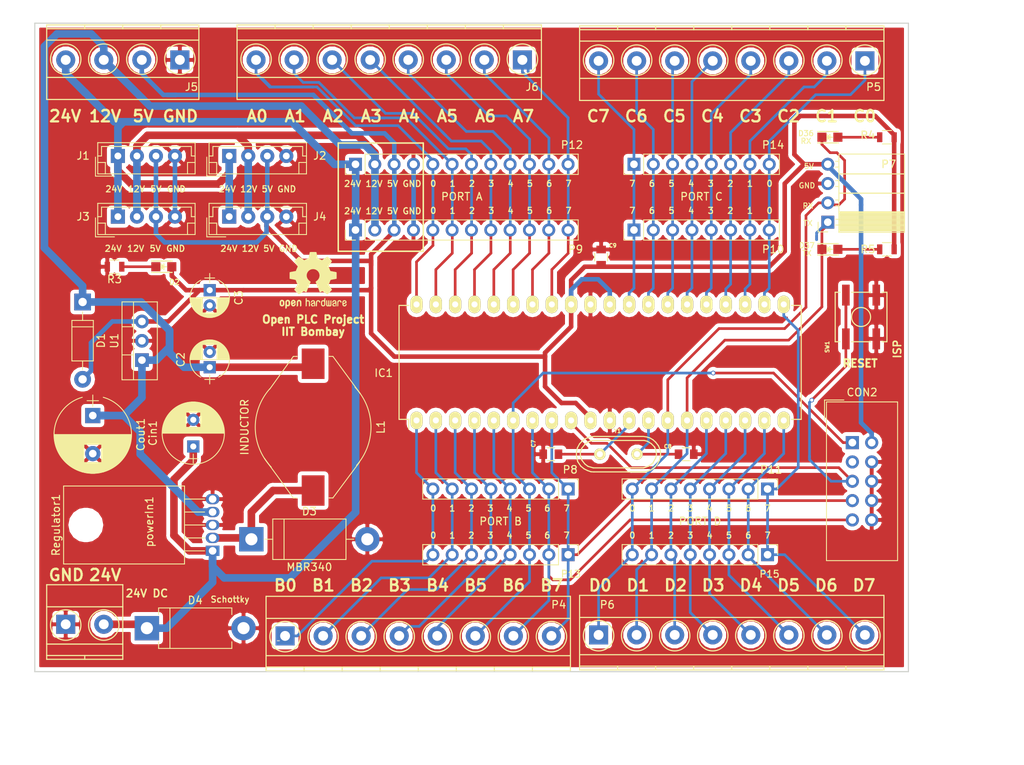
<source format=kicad_pcb>
(kicad_pcb (version 20171130) (host pcbnew 5.0.1)
  (layers (0 F.Cu signal) (31 B.Cu signal) (34 B.Paste user) (35 F.Paste user) (36 B.SilkS user) (37 F.SilkS user) (38 B.Mask user) (39 F.Mask user) (44 Edge.Cuts user))
  (net 0 "")
  (net 1 12V)
  (net 2 GND)
  (net 3 5V)
  (net 4 "Net-(C7-Pad2)")
  (net 5 "Net-(C8-Pad2)")
  (net 6 /MOSI)
  (net 7 /RST)
  (net 8 /SCK)
  (net 9 /MISO)
  (net 10 "Net-(D2-Pad1)")
  (net 11 /RX)
  (net 12 /TX)
  (net 13 24V)
  (net 14 "Net-(D36-Pad2)")
  (net 15 "Net-(D37-Pad2)")
  (net 16 /B0)
  (net 17 /B1)
  (net 18 /B2)
  (net 19 /B3)
  (net 20 /B4)
  (net 21 /D2)
  (net 22 /D3)
  (net 23 /D4)
  (net 24 /D5)
  (net 25 /D6)
  (net 26 /D7)
  (net 27 /C0)
  (net 28 /C1)
  (net 29 /C2)
  (net 30 /C3)
  (net 31 /C4)
  (net 32 /C5)
  (net 33 /C6)
  (net 34 /C7)
  (net 35 /A7)
  (net 36 /A6)
  (net 37 /A5)
  (net 38 /A4)
  (net 39 /A3)
  (net 40 /A2)
  (net 41 /A1)
  (net 42 /A0)
  (net 43 "Net-(D3-Pad1)")
  (net 44 "Net-(CON2-Pad3)")
  (module TerminalBlocks_Phoenix:TerminalBlock_Phoenix_MKDS1.5-8pol (layer F.Cu) (at 156.0265 44.704 180)
    (fp_text reference J6 (at -1.273976 -3.556 180) (layer F.SilkS))
    (fp_text value Screw_Terminal_01x08)
    (pad 8 thru_hole circle (at 35 0 180) (size 2.5 2.5) (drill 1.3) (layers *.Cu *.Mask) (net 42 /A0))
    (pad 7 thru_hole circle (at 30 0 180) (size 2.5 2.5) (drill 1.3) (layers *.Cu *.Mask) (net 41 /A1))
    (pad 6 thru_hole circle (at 25 0 180) (size 2.5 2.5) (drill 1.3) (layers *.Cu *.Mask) (net 40 /A2))
    (pad 5 thru_hole circle (at 20 0 180) (size 2.5 2.5) (drill 1.3) (layers *.Cu *.Mask) (net 39 /A3))
    (pad 4 thru_hole circle (at 15 0 180) (size 2.5 2.5) (drill 1.3) (layers *.Cu *.Mask) (net 38 /A4))
    (pad 3 thru_hole circle (at 10 0 180) (size 2.5 2.5) (drill 1.3) (layers *.Cu *.Mask) (net 37 /A5))
    (pad 1 thru_hole rect (at 0 0 180) (size 2.5 2.5) (drill 1.3) (layers *.Cu *.Mask) (net 35 /A7))
    (pad 2 thru_hole circle (at 5 0 180) (size 2.5 2.5) (drill 1.3) (layers *.Cu *.Mask) (net 36 /A6))
  )
  (module Housings_DIP:DIP-40_W15.24mm_LongPads (layer F.Cu) (at 142.113 92.075 90)
    (fp_text reference IC1 (at 6.223 -4.318 180) (layer F.SilkS))
    (fp_text value ATMEGA16-P hide)
    (pad 1 thru_hole oval (at 0 0 90) (size 2.3 1.6) (drill 0.8) (layers *.Cu *.Mask F.SilkS) (net 16 /B0))
    (pad 2 thru_hole oval (at 0 2.54 90) (size 2.3 1.6) (drill 0.8) (layers *.Cu *.Mask F.SilkS) (net 17 /B1))
    (pad 3 thru_hole oval (at 0 5.08 90) (size 2.3 1.6) (drill 0.8) (layers *.Cu *.Mask F.SilkS) (net 18 /B2))
    (pad 4 thru_hole oval (at 0 7.62 90) (size 2.3 1.6) (drill 0.8) (layers *.Cu *.Mask F.SilkS) (net 19 /B3))
    (pad 5 thru_hole oval (at 0 10.16 90) (size 2.3 1.6) (drill 0.8) (layers *.Cu *.Mask F.SilkS) (net 20 /B4))
    (pad 6 thru_hole oval (at 0 12.7 90) (size 2.3 1.6) (drill 0.8) (layers *.Cu *.Mask F.SilkS) (net 6 /MOSI))
    (pad 7 thru_hole oval (at 0 15.24 90) (size 2.3 1.6) (drill 0.8) (layers *.Cu *.Mask F.SilkS) (net 9 /MISO))
    (pad 8 thru_hole oval (at 0 17.78 90) (size 2.3 1.6) (drill 0.8) (layers *.Cu *.Mask F.SilkS) (net 8 /SCK))
    (pad 9 thru_hole oval (at 0 20.32 90) (size 2.3 1.6) (drill 0.8) (layers *.Cu *.Mask F.SilkS) (net 7 /RST))
    (pad 10 thru_hole oval (at 0 22.86 90) (size 2.3 1.6) (drill 0.8) (layers *.Cu *.Mask F.SilkS) (net 3 5V))
    (pad 11 thru_hole oval (at 0 25.4 90) (size 2.3 1.6) (drill 0.8) (layers *.Cu *.Mask F.SilkS) (net 2 GND))
    (pad 12 thru_hole oval (at 0 27.94 90) (size 2.3 1.6) (drill 0.8) (layers *.Cu *.Mask F.SilkS) (net 4 "Net-(C7-Pad2)"))
    (pad 13 thru_hole oval (at 0 30.48 90) (size 2.3 1.6) (drill 0.8) (layers *.Cu *.Mask F.SilkS) (net 5 "Net-(C8-Pad2)"))
    (pad 14 thru_hole oval (at 0 33.02 90) (size 2.3 1.6) (drill 0.8) (layers *.Cu *.Mask F.SilkS) (net 11 /RX))
    (pad 15 thru_hole oval (at 0 35.56 90) (size 2.3 1.6) (drill 0.8) (layers *.Cu *.Mask F.SilkS) (net 12 /TX))
    (pad 16 thru_hole oval (at 0 38.1 90) (size 2.3 1.6) (drill 0.8) (layers *.Cu *.Mask F.SilkS) (net 21 /D2))
    (pad 17 thru_hole oval (at 0 40.64 90) (size 2.3 1.6) (drill 0.8) (layers *.Cu *.Mask F.SilkS) (net 22 /D3))
    (pad 18 thru_hole oval (at 0 43.18 90) (size 2.3 1.6) (drill 0.8) (layers *.Cu *.Mask F.SilkS) (net 23 /D4))
    (pad 19 thru_hole oval (at 0 45.72 90) (size 2.3 1.6) (drill 0.8) (layers *.Cu *.Mask F.SilkS) (net 24 /D5))
    (pad 20 thru_hole oval (at 0 48.26 90) (size 2.3 1.6) (drill 0.8) (layers *.Cu *.Mask F.SilkS) (net 25 /D6))
    (pad 21 thru_hole oval (at 15.24 48.26 90) (size 2.3 1.6) (drill 0.8) (layers *.Cu *.Mask F.SilkS) (net 26 /D7))
    (pad 22 thru_hole oval (at 15.24 45.72 90) (size 2.3 1.6) (drill 0.8) (layers *.Cu *.Mask F.SilkS) (net 27 /C0))
    (pad 23 thru_hole oval (at 15.24 43.18 90) (size 2.3 1.6) (drill 0.8) (layers *.Cu *.Mask F.SilkS) (net 28 /C1))
    (pad 24 thru_hole oval (at 15.24 40.64 90) (size 2.3 1.6) (drill 0.8) (layers *.Cu *.Mask F.SilkS) (net 29 /C2))
    (pad 25 thru_hole oval (at 15.24 38.1 90) (size 2.3 1.6) (drill 0.8) (layers *.Cu *.Mask F.SilkS) (net 30 /C3))
    (pad 26 thru_hole oval (at 15.24 35.56 90) (size 2.3 1.6) (drill 0.8) (layers *.Cu *.Mask F.SilkS) (net 31 /C4))
    (pad 27 thru_hole oval (at 15.24 33.02 90) (size 2.3 1.6) (drill 0.8) (layers *.Cu *.Mask F.SilkS) (net 32 /C5))
    (pad 28 thru_hole oval (at 15.24 30.48 90) (size 2.3 1.6) (drill 0.8) (layers *.Cu *.Mask F.SilkS) (net 33 /C6))
    (pad 29 thru_hole oval (at 15.24 27.94 90) (size 2.3 1.6) (drill 0.8) (layers *.Cu *.Mask F.SilkS) (net 34 /C7))
    (pad 30 thru_hole oval (at 15.24 25.4 90) (size 2.3 1.6) (drill 0.8) (layers *.Cu *.Mask F.SilkS) (net 3 5V))
    (pad 31 thru_hole oval (at 15.24 22.86 90) (size 2.3 1.6) (drill 0.8) (layers *.Cu *.Mask F.SilkS) (net 2 GND))
    (pad 32 thru_hole oval (at 15.24 20.32 90) (size 2.3 1.6) (drill 0.8) (layers *.Cu *.Mask F.SilkS) (net 3 5V))
    (pad 33 thru_hole oval (at 15.24 17.78 90) (size 2.3 1.6) (drill 0.8) (layers *.Cu *.Mask F.SilkS) (net 35 /A7))
    (pad 34 thru_hole oval (at 15.24 15.24 90) (size 2.3 1.6) (drill 0.8) (layers *.Cu *.Mask F.SilkS) (net 36 /A6))
    (pad 35 thru_hole oval (at 15.24 12.7 90) (size 2.3 1.6) (drill 0.8) (layers *.Cu *.Mask F.SilkS) (net 37 /A5))
    (pad 36 thru_hole oval (at 15.24 10.16 90) (size 2.3 1.6) (drill 0.8) (layers *.Cu *.Mask F.SilkS) (net 38 /A4))
    (pad 37 thru_hole oval (at 15.24 7.62 90) (size 2.3 1.6) (drill 0.8) (layers *.Cu *.Mask F.SilkS) (net 39 /A3))
    (pad 38 thru_hole oval (at 15.24 5.08 90) (size 2.3 1.6) (drill 0.8) (layers *.Cu *.Mask F.SilkS) (net 40 /A2))
    (pad 39 thru_hole oval (at 15.24 2.54 90) (size 2.3 1.6) (drill 0.8) (layers *.Cu *.Mask F.SilkS) (net 41 /A1))
    (pad 40 thru_hole oval (at 15.24 0 90) (size 2.3 1.6) (drill 0.8) (layers *.Cu *.Mask F.SilkS) (net 42 /A0))
  )
  (module IDC:IDC-Header_2x05_Pitch2.54mm_Straight (layer F.Cu) (at 199.39 94.996)
    (fp_text reference CON2 (at 1.27 -6.604) (layer F.SilkS))
    (fp_text value AVR-ISP-10)
    (pad 1 thru_hole rect (at 0 0) (size 1.7272 1.7272) (drill 1.016) (layers *.Cu *.Mask) (net 6 /MOSI))
    (pad 2 thru_hole oval (at 2.54 0) (size 1.7272 1.7272) (drill 1.016) (layers *.Cu *.Mask) (net 3 5V))
    (pad 3 thru_hole oval (at 0 2.54) (size 1.7272 1.7272) (drill 1.016) (layers *.Cu *.Mask) (net 44 "Net-(CON2-Pad3)"))
    (pad 4 thru_hole oval (at 2.54 2.54) (size 1.7272 1.7272) (drill 1.016) (layers *.Cu *.Mask) (net 2 GND))
    (pad 5 thru_hole oval (at 0 5.08) (size 1.7272 1.7272) (drill 1.016) (layers *.Cu *.Mask) (net 7 /RST))
    (pad 6 thru_hole oval (at 2.54 5.08) (size 1.7272 1.7272) (drill 1.016) (layers *.Cu *.Mask) (net 2 GND))
    (pad 7 thru_hole oval (at 0 7.62) (size 1.7272 1.7272) (drill 1.016) (layers *.Cu *.Mask) (net 8 /SCK))
    (pad 8 thru_hole oval (at 2.54 7.62) (size 1.7272 1.7272) (drill 1.016) (layers *.Cu *.Mask) (net 2 GND))
    (pad 9 thru_hole oval (at 0 10.16) (size 1.7272 1.7272) (drill 1.016) (layers *.Cu *.Mask) (net 9 /MISO))
    (pad 10 thru_hole oval (at 2.54 10.16) (size 1.7272 1.7272) (drill 1.016) (layers *.Cu *.Mask) (net 2 GND))
  )
  (module Socket_Strips:Socket_Strip_Straight_1x08_Pitch2.54mm (layer F.Cu) (at 188.24543 101.092 270)
    (fp_text reference P11 (at -2.54 -0.47657) (layer F.SilkS))
    (fp_text value PortD_B)
    (pad 8 thru_hole oval (at 0 17.78 270) (size 1.7 1.7) (drill 1) (layers *.Cu *.Mask) (net 11 /RX))
    (pad 7 thru_hole oval (at 0 15.24 270) (size 1.7 1.7) (drill 1) (layers *.Cu *.Mask) (net 12 /TX))
    (pad 6 thru_hole oval (at 0 12.7 270) (size 1.7 1.7) (drill 1) (layers *.Cu *.Mask) (net 21 /D2))
    (pad 5 thru_hole oval (at 0 10.16 270) (size 1.7 1.7) (drill 1) (layers *.Cu *.Mask) (net 22 /D3))
    (pad 4 thru_hole oval (at 0 7.62 270) (size 1.7 1.7) (drill 1) (layers *.Cu *.Mask) (net 23 /D4))
    (pad 3 thru_hole oval (at 0 5.08 270) (size 1.7 1.7) (drill 1) (layers *.Cu *.Mask) (net 24 /D5))
    (pad 2 thru_hole oval (at 0 2.54 270) (size 1.7 1.7) (drill 1) (layers *.Cu *.Mask) (net 25 /D6))
    (pad 1 thru_hole rect (at 0 0 270) (size 1.7 1.7) (drill 1) (layers *.Cu *.Mask) (net 26 /D7))
  )
  (module TerminalBlocks_Phoenix:TerminalBlock_Phoenix_MKDS1.5-4pol (layer F.Cu) (at 111.012 44.704 180)
    (fp_text reference J5 (at -1.524 -3.556 180) (layer F.SilkS))
    (fp_text value Screw_Terminal_01x04)
    (pad 4 thru_hole circle (at 15 0 180) (size 2.5 2.5) (drill 1.3) (layers *.Cu *.Mask) (net 13 24V))
    (pad 3 thru_hole circle (at 10 0 180) (size 2.5 2.5) (drill 1.3) (layers *.Cu *.Mask) (net 1 12V))
    (pad 1 thru_hole rect (at 0 0 180) (size 2.5 2.5) (drill 1.3) (layers *.Cu *.Mask) (net 2 GND))
    (pad 2 thru_hole circle (at 5 0 180) (size 2.5 2.5) (drill 1.3) (layers *.Cu *.Mask) (net 3 5V))
  )
  (module Crystals:Crystal_HC49-U_Vertical (layer F.Cu) (at 168.64584 96.51492)
    (fp_text reference Y1 (at -0.127 -3.048) (layer F.SilkS) (effects (font (size 0.5 0.5) (thickness 0.125))))
    (fp_text value 16Mhz hide)
    (pad 1 thru_hole circle (at -2.44094 0) (size 1.50114 1.50114) (drill 0.8001) (layers *.Cu *.Mask F.SilkS) (net 4 "Net-(C7-Pad2)"))
    (pad 2 thru_hole circle (at 2.44094 0) (size 1.50114 1.50114) (drill 0.8001) (layers *.Cu *.Mask F.SilkS) (net 5 "Net-(C8-Pad2)"))
  )
  (module TerminalBlocks_Phoenix:TerminalBlock_Phoenix_MKDS1.5-8pol (layer F.Cu) (at 201.041 44.831 180)
    (fp_text reference P5 (at -1.143 -3.429 180) (layer F.SilkS))
    (fp_text value PortC)
    (pad 8 thru_hole circle (at 35 0 180) (size 2.5 2.5) (drill 1.3) (layers *.Cu *.Mask) (net 34 /C7))
    (pad 7 thru_hole circle (at 30 0 180) (size 2.5 2.5) (drill 1.3) (layers *.Cu *.Mask) (net 33 /C6))
    (pad 6 thru_hole circle (at 25 0 180) (size 2.5 2.5) (drill 1.3) (layers *.Cu *.Mask) (net 32 /C5))
    (pad 5 thru_hole circle (at 20 0 180) (size 2.5 2.5) (drill 1.3) (layers *.Cu *.Mask) (net 31 /C4))
    (pad 4 thru_hole circle (at 15 0 180) (size 2.5 2.5) (drill 1.3) (layers *.Cu *.Mask) (net 30 /C3))
    (pad 3 thru_hole circle (at 10 0 180) (size 2.5 2.5) (drill 1.3) (layers *.Cu *.Mask) (net 29 /C2))
    (pad 1 thru_hole rect (at 0 0 180) (size 2.5 2.5) (drill 1.3) (layers *.Cu *.Mask) (net 27 /C0))
    (pad 2 thru_hole circle (at 5 0 180) (size 2.5 2.5) (drill 1.3) (layers *.Cu *.Mask) (net 28 /C1))
  )
  (module LEDs:LED_0805 (layer F.Cu) (at 196.43642 69.596)
    (fp_text reference D37 (at -3.018 -0.508) (layer F.SilkS) (effects (font (size 0.7 0.7) (thickness 0.125))))
    (fp_text value TX (at -3.018 0.508) (layer F.SilkS) (effects (font (size 0.7 0.7) (thickness 0.125))))
    (pad 2 smd rect (at 1.04902 0 180) (size 1.19888 1.19888) (layers F.Cu F.Paste F.Mask) (net 15 "Net-(D37-Pad2)"))
    (pad 1 smd rect (at -1.04902 0 180) (size 1.19888 1.19888) (layers F.Cu F.Paste F.Mask) (net 12 /TX))
  )
  (module TerminalBlocks_Phoenix:TerminalBlock_Phoenix_MKDS1.5-8pol (layer F.Cu) (at 166.041 120.269)
    (fp_text reference P6 (at 1.143 -3.969) (layer F.SilkS))
    (fp_text value PortD)
    (pad 2 thru_hole circle (at 5 0) (size 2.5 2.5) (drill 1.3) (layers *.Cu *.Mask) (net 12 /TX))
    (pad 1 thru_hole rect (at 0 0) (size 2.5 2.5) (drill 1.3) (layers *.Cu *.Mask) (net 11 /RX))
    (pad 3 thru_hole circle (at 10 0) (size 2.5 2.5) (drill 1.3) (layers *.Cu *.Mask) (net 21 /D2))
    (pad 4 thru_hole circle (at 15 0) (size 2.5 2.5) (drill 1.3) (layers *.Cu *.Mask) (net 22 /D3))
    (pad 5 thru_hole circle (at 20 0) (size 2.5 2.5) (drill 1.3) (layers *.Cu *.Mask) (net 23 /D4))
    (pad 6 thru_hole circle (at 25 0) (size 2.5 2.5) (drill 1.3) (layers *.Cu *.Mask) (net 24 /D5))
    (pad 7 thru_hole circle (at 30 0) (size 2.5 2.5) (drill 1.3) (layers *.Cu *.Mask) (net 25 /D6))
    (pad 8 thru_hole circle (at 35 0) (size 2.5 2.5) (drill 1.3) (layers *.Cu *.Mask) (net 26 /D7))
  )
  (module Capacitors_SMD:C_0805 (layer F.Cu) (at 166.375 70.62 90)
    (fp_text reference C9 (at 1.524 1.524 -180) (layer F.SilkS) (effects (font (size 0.5 0.5) (thickness 0.125))))
    (fp_text value 100nF hide)
    (pad 1 smd rect (at -1 0 90) (size 1 1.25) (layers F.Cu F.Paste F.Mask) (net 3 5V))
    (pad 2 smd rect (at 1 0 90) (size 1 1.25) (layers F.Cu F.Paste F.Mask) (net 2 GND))
  )
  (module Capacitors_SMD:C_0805 (layer F.Cu) (at 159.766 96.52)
    (fp_text reference C7 (at -2.286 -1.397 90) (layer F.SilkS) (effects (font (size 0.5 0.5) (thickness 0.125))))
    (fp_text value 22pF hide)
    (pad 1 smd rect (at -1 0) (size 1 1.25) (layers F.Cu F.Paste F.Mask) (net 2 GND))
    (pad 2 smd rect (at 1 0) (size 1 1.25) (layers F.Cu F.Paste F.Mask) (net 4 "Net-(C7-Pad2)"))
  )
  (module TerminalBlocks_Phoenix:TerminalBlock_Phoenix_MKDS1.5-2pol (layer F.Cu) (at 96.012 118.872)
    (fp_text reference powerIn1 (at 10.988 -13.472 90) (layer F.SilkS))
    (fp_text value 24V)
    (pad 2 thru_hole circle (at 5 0) (size 2.5 2.5) (drill 1.3) (layers *.Cu *.Mask) (net 13 24V))
    (pad 1 thru_hole rect (at 0 0) (size 2.5 2.5) (drill 1.3) (layers *.Cu *.Mask) (net 2 GND))
  )
  (module Capacitors_THT:CP_Radial_D5.0mm_P2.00mm (layer F.Cu) (at 114.935 85.09 90)
    (fp_text reference C2 (at 1 -3.81 90) (layer F.SilkS))
    (fp_text value 100uF)
    (pad 1 thru_hole rect (at 0 0 90) (size 1.6 1.6) (drill 0.8) (layers *.Cu *.Mask) (net 1 12V))
    (pad 2 thru_hole circle (at 2 0 90) (size 1.6 1.6) (drill 0.8) (layers *.Cu *.Mask) (net 2 GND))
  )
  (module Diodes_THT:D_DO-41_SOD81_P10.16mm_Horizontal (layer F.Cu) (at 98.23196 76.5175 270)
    (fp_text reference D1 (at 5.08 -2.41 270) (layer F.SilkS))
    (fp_text value D)
    (pad 2 thru_hole oval (at 10.16 0 270) (size 2.2 2.2) (drill 1.1) (layers *.Cu *.Mask) (net 3 5V))
    (pad 1 thru_hole rect (at 0 0 270) (size 2.2 2.2) (drill 1.1) (layers *.Cu *.Mask) (net 1 12V))
  )
  (module Pin_Headers:Pin_Header_Straight_1x08_Pitch2.54mm (layer F.Cu) (at 170.688 58.42 90)
    (fp_text reference P14 (at 2.54 18.288 180) (layer F.SilkS))
    (fp_text value PortC_M)
    (pad 1 thru_hole rect (at 0 0 90) (size 1.7 1.7) (drill 1) (layers *.Cu *.Mask) (net 34 /C7))
    (pad 2 thru_hole oval (at 0 2.54 90) (size 1.7 1.7) (drill 1) (layers *.Cu *.Mask) (net 33 /C6))
    (pad 3 thru_hole oval (at 0 5.08 90) (size 1.7 1.7) (drill 1) (layers *.Cu *.Mask) (net 32 /C5))
    (pad 4 thru_hole oval (at 0 7.62 90) (size 1.7 1.7) (drill 1) (layers *.Cu *.Mask) (net 31 /C4))
    (pad 5 thru_hole oval (at 0 10.16 90) (size 1.7 1.7) (drill 1) (layers *.Cu *.Mask) (net 30 /C3))
    (pad 6 thru_hole oval (at 0 12.7 90) (size 1.7 1.7) (drill 1) (layers *.Cu *.Mask) (net 29 /C2))
    (pad 7 thru_hole oval (at 0 15.24 90) (size 1.7 1.7) (drill 1) (layers *.Cu *.Mask) (net 28 /C1))
    (pad 8 thru_hole oval (at 0 17.78 90) (size 1.7 1.7) (drill 1) (layers *.Cu *.Mask) (net 27 /C0))
  )
  (module Pin_Headers:Pin_Header_Straight_1x08_Pitch2.54mm (layer F.Cu) (at 188.24543 109.728 270)
    (fp_text reference P15 (at 2.54 -0.254) (layer F.SilkS) (effects (font (size 0.9 0.9))))
    (fp_text value PortD_M)
    (pad 8 thru_hole oval (at 0 17.78 270) (size 1.7 1.7) (drill 1) (layers *.Cu *.Mask) (net 11 /RX))
    (pad 7 thru_hole oval (at 0 15.24 270) (size 1.7 1.7) (drill 1) (layers *.Cu *.Mask) (net 12 /TX))
    (pad 6 thru_hole oval (at 0 12.7 270) (size 1.7 1.7) (drill 1) (layers *.Cu *.Mask) (net 21 /D2))
    (pad 5 thru_hole oval (at 0 10.16 270) (size 1.7 1.7) (drill 1) (layers *.Cu *.Mask) (net 22 /D3))
    (pad 4 thru_hole oval (at 0 7.62 270) (size 1.7 1.7) (drill 1) (layers *.Cu *.Mask) (net 23 /D4))
    (pad 3 thru_hole oval (at 0 5.08 270) (size 1.7 1.7) (drill 1) (layers *.Cu *.Mask) (net 24 /D5))
    (pad 2 thru_hole oval (at 0 2.54 270) (size 1.7 1.7) (drill 1) (layers *.Cu *.Mask) (net 25 /D6))
    (pad 1 thru_hole rect (at 0 0 270) (size 1.7 1.7) (drill 1) (layers *.Cu *.Mask) (net 26 /D7))
  )
  (module Socket_Strips:Socket_Strip_Straight_1x12_Pitch2.54mm (layer F.Cu) (at 134.092 67.056 90)
    (fp_text reference P9 (at -2.54 28.92419 180) (layer F.SilkS))
    (fp_text value PortA_B)
    (pad 1 thru_hole rect (at 0 0 90) (size 1.7 1.7) (drill 1) (layers *.Cu *.Mask) (net 13 24V))
    (pad 2 thru_hole oval (at 0 2.54 90) (size 1.7 1.7) (drill 1) (layers *.Cu *.Mask) (net 1 12V))
    (pad 3 thru_hole oval (at 0 5.08 90) (size 1.7 1.7) (drill 1) (layers *.Cu *.Mask) (net 3 5V))
    (pad 4 thru_hole oval (at 0 7.62 90) (size 1.7 1.7) (drill 1) (layers *.Cu *.Mask) (net 2 GND))
    (pad 5 thru_hole oval (at 0 10.16 90) (size 1.7 1.7) (drill 1) (layers *.Cu *.Mask) (net 42 /A0))
    (pad 6 thru_hole oval (at 0 12.7 90) (size 1.7 1.7) (drill 1) (layers *.Cu *.Mask) (net 41 /A1))
    (pad 7 thru_hole oval (at 0 15.24 90) (size 1.7 1.7) (drill 1) (layers *.Cu *.Mask) (net 40 /A2))
    (pad 8 thru_hole oval (at 0 17.78 90) (size 1.7 1.7) (drill 1) (layers *.Cu *.Mask) (net 39 /A3))
    (pad 9 thru_hole oval (at 0 20.32 90) (size 1.7 1.7) (drill 1) (layers *.Cu *.Mask) (net 38 /A4))
    (pad 10 thru_hole oval (at 0 22.86 90) (size 1.7 1.7) (drill 1) (layers *.Cu *.Mask) (net 37 /A5))
    (pad 11 thru_hole oval (at 0 25.4 90) (size 1.7 1.7) (drill 1) (layers *.Cu *.Mask) (net 36 /A6))
    (pad 12 thru_hole oval (at 0 27.94 90) (size 1.7 1.7) (drill 1) (layers *.Cu *.Mask) (net 35 /A7))
  )
  (module Socket_Strips:Socket_Strip_Straight_1x08_Pitch2.54mm (layer F.Cu) (at 162.042 101.092 270)
    (fp_text reference P8 (at -2.54 -0.264) (layer F.SilkS))
    (fp_text value PortB_B)
    (pad 8 thru_hole oval (at 0 17.78 270) (size 1.7 1.7) (drill 1) (layers *.Cu *.Mask) (net 16 /B0))
    (pad 7 thru_hole oval (at 0 15.24 270) (size 1.7 1.7) (drill 1) (layers *.Cu *.Mask) (net 17 /B1))
    (pad 6 thru_hole oval (at 0 12.7 270) (size 1.7 1.7) (drill 1) (layers *.Cu *.Mask) (net 18 /B2))
    (pad 5 thru_hole oval (at 0 10.16 270) (size 1.7 1.7) (drill 1) (layers *.Cu *.Mask) (net 19 /B3))
    (pad 4 thru_hole oval (at 0 7.62 270) (size 1.7 1.7) (drill 1) (layers *.Cu *.Mask) (net 20 /B4))
    (pad 3 thru_hole oval (at 0 5.08 270) (size 1.7 1.7) (drill 1) (layers *.Cu *.Mask) (net 6 /MOSI))
    (pad 2 thru_hole oval (at 0 2.54 270) (size 1.7 1.7) (drill 1) (layers *.Cu *.Mask) (net 9 /MISO))
    (pad 1 thru_hole rect (at 0 0 270) (size 1.7 1.7) (drill 1) (layers *.Cu *.Mask) (net 8 /SCK))
  )
  (module Pin_Headers:Pin_Header_Straight_1x12_Pitch2.54mm (layer F.Cu) (at 134.092 58.42 90)
    (fp_text reference P12 (at 2.54 28.448 180) (layer F.SilkS))
    (fp_text value PortA_M)
    (pad 1 thru_hole rect (at 0 0 90) (size 1.7 1.7) (drill 1) (layers *.Cu *.Mask) (net 13 24V))
    (pad 2 thru_hole oval (at 0 2.54 90) (size 1.7 1.7) (drill 1) (layers *.Cu *.Mask) (net 1 12V))
    (pad 3 thru_hole oval (at 0 5.08 90) (size 1.7 1.7) (drill 1) (layers *.Cu *.Mask) (net 3 5V))
    (pad 4 thru_hole oval (at 0 7.62 90) (size 1.7 1.7) (drill 1) (layers *.Cu *.Mask) (net 2 GND))
    (pad 5 thru_hole oval (at 0 10.16 90) (size 1.7 1.7) (drill 1) (layers *.Cu *.Mask) (net 42 /A0))
    (pad 6 thru_hole oval (at 0 12.7 90) (size 1.7 1.7) (drill 1) (layers *.Cu *.Mask) (net 41 /A1))
    (pad 7 thru_hole oval (at 0 15.24 90) (size 1.7 1.7) (drill 1) (layers *.Cu *.Mask) (net 40 /A2))
    (pad 8 thru_hole oval (at 0 17.78 90) (size 1.7 1.7) (drill 1) (layers *.Cu *.Mask) (net 39 /A3))
    (pad 9 thru_hole oval (at 0 20.32 90) (size 1.7 1.7) (drill 1) (layers *.Cu *.Mask) (net 38 /A4))
    (pad 10 thru_hole oval (at 0 22.86 90) (size 1.7 1.7) (drill 1) (layers *.Cu *.Mask) (net 37 /A5))
    (pad 11 thru_hole oval (at 0 25.4 90) (size 1.7 1.7) (drill 1) (layers *.Cu *.Mask) (net 36 /A6))
    (pad 12 thru_hole oval (at 0 27.94 90) (size 1.7 1.7) (drill 1) (layers *.Cu *.Mask) (net 35 /A7))
  )
  (module TO_SOT_Packages_THT:TO-220-3_Vertical (layer F.Cu) (at 106.03 84.1575 90)
    (fp_text reference U1 (at 2.54 -3.62 90) (layer F.SilkS))
    (fp_text value 7805)
    (pad 3 thru_hole oval (at 5.08 0 90) (size 1.8 1.8) (drill 1) (layers *.Cu *.Mask) (net 3 5V))
    (pad 2 thru_hole oval (at 2.54 0 90) (size 1.8 1.8) (drill 1) (layers *.Cu *.Mask) (net 2 GND))
    (pad 1 thru_hole rect (at 0 0 90) (size 1.8 1.8) (drill 1) (layers *.Cu *.Mask) (net 1 12V))
  )
  (module Socket_Strips:Socket_Strip_Angled_1x04_Pitch2.54mm (layer F.Cu) (at 196.16 66.03 180)
    (fp_text reference P7 (at -8.001 7.62 180) (layer F.SilkS))
    (fp_text value Max232)
    (pad 1 thru_hole rect (at 0 0 180) (size 1.7 1.7) (drill 1) (layers *.Cu *.Mask) (net 12 /TX))
    (pad 2 thru_hole oval (at 0 2.54 180) (size 1.7 1.7) (drill 1) (layers *.Cu *.Mask) (net 11 /RX))
    (pad 3 thru_hole oval (at 0 5.08 180) (size 1.7 1.7) (drill 1) (layers *.Cu *.Mask) (net 2 GND))
    (pad 4 thru_hole oval (at 0 7.62 180) (size 1.7 1.7) (drill 1) (layers *.Cu *.Mask) (net 3 5V))
  )
  (module Diodes_THT:D_DO-201AD_P15.24mm_Horizontal (layer F.Cu) (at 120.4112 107.696)
    (fp_text reference D3 (at 7.62 -3.66) (layer F.SilkS))
    (fp_text value MBR340 (at 7.62 3.66) (layer F.SilkS))
    (pad 2 thru_hole oval (at 15.24 0) (size 3.2 3.2) (drill 1.6) (layers *.Cu *.Mask) (net 2 GND))
    (pad 1 thru_hole rect (at 0 0) (size 3.2 3.2) (drill 1.6) (layers *.Cu *.Mask) (net 43 "Net-(D3-Pad1)"))
  )
  (module Socket_Strips:Socket_Strip_Straight_1x08_Pitch2.54mm (layer F.Cu) (at 170.688 67.056 90)
    (fp_text reference P10 (at -2.54 18.288 180) (layer F.SilkS))
    (fp_text value PortC_B)
    (pad 8 thru_hole oval (at 0 17.78 90) (size 1.7 1.7) (drill 1) (layers *.Cu *.Mask) (net 27 /C0))
    (pad 7 thru_hole oval (at 0 15.24 90) (size 1.7 1.7) (drill 1) (layers *.Cu *.Mask) (net 28 /C1))
    (pad 6 thru_hole oval (at 0 12.7 90) (size 1.7 1.7) (drill 1) (layers *.Cu *.Mask) (net 29 /C2))
    (pad 5 thru_hole oval (at 0 10.16 90) (size 1.7 1.7) (drill 1) (layers *.Cu *.Mask) (net 30 /C3))
    (pad 4 thru_hole oval (at 0 7.62 90) (size 1.7 1.7) (drill 1) (layers *.Cu *.Mask) (net 31 /C4))
    (pad 3 thru_hole oval (at 0 5.08 90) (size 1.7 1.7) (drill 1) (layers *.Cu *.Mask) (net 32 /C5))
    (pad 2 thru_hole oval (at 0 2.54 90) (size 1.7 1.7) (drill 1) (layers *.Cu *.Mask) (net 33 /C6))
    (pad 1 thru_hole rect (at 0 0 90) (size 1.7 1.7) (drill 1) (layers *.Cu *.Mask) (net 34 /C7))
  )
  (module Inductors_SMD:L_Fastron_PISR_Handsoldering (layer F.Cu) (at 128.524 92.964 270)
    (fp_text reference L1 (at 0 -8.89 270) (layer F.SilkS))
    (fp_text value INDUCTOR (at 0 9 270) (layer F.SilkS))
    (pad 1 smd rect (at 8.33 0 270) (size 4 3) (layers F.Cu F.Paste F.Mask) (net 43 "Net-(D3-Pad1)"))
    (pad 2 smd rect (at -8.33 0 270) (size 4 3) (layers F.Cu F.Paste F.Mask) (net 1 12V))
  )
  (module Capacitors_THT:CP_Radial_D10.0mm_P5.00mm (layer F.Cu) (at 99.568 91.44 270)
    (fp_text reference Cout1 (at 2.5 -6.31 270) (layer F.SilkS))
    (fp_text value 1000uf)
    (pad 2 thru_hole circle (at 5 0 270) (size 2 2) (drill 1) (layers *.Cu *.Mask) (net 2 GND))
    (pad 1 thru_hole rect (at 0 0 270) (size 2 2) (drill 1) (layers *.Cu *.Mask) (net 1 12V))
  )
  (module Resistors_SMD:R_0805 (layer F.Cu) (at 102.428 71.882 180)
    (fp_text reference R3 (at 0 -1.65 180) (layer F.SilkS))
    (fp_text value 470E)
    (pad 1 smd rect (at -0.95 0 180) (size 0.7 1.3) (layers F.Cu F.Paste F.Mask) (net 10 "Net-(D2-Pad1)"))
    (pad 2 smd rect (at 0.95 0 180) (size 0.7 1.3) (layers F.Cu F.Paste F.Mask) (net 2 GND))
  )
  (module TerminalBlocks_Phoenix:TerminalBlock_Phoenix_MKDS1.5-8pol (layer F.Cu) (at 124.841 120.396)
    (fp_text reference P4 (at 35.959 -4.096) (layer F.SilkS))
    (fp_text value PortB)
    (pad 2 thru_hole circle (at 5 0) (size 2.5 2.5) (drill 1.3) (layers *.Cu *.Mask) (net 17 /B1))
    (pad 1 thru_hole rect (at 0 0) (size 2.5 2.5) (drill 1.3) (layers *.Cu *.Mask) (net 16 /B0))
    (pad 3 thru_hole circle (at 10 0) (size 2.5 2.5) (drill 1.3) (layers *.Cu *.Mask) (net 18 /B2))
    (pad 4 thru_hole circle (at 15 0) (size 2.5 2.5) (drill 1.3) (layers *.Cu *.Mask) (net 19 /B3))
    (pad 5 thru_hole circle (at 20 0) (size 2.5 2.5) (drill 1.3) (layers *.Cu *.Mask) (net 20 /B4))
    (pad 6 thru_hole circle (at 25 0) (size 2.5 2.5) (drill 1.3) (layers *.Cu *.Mask) (net 6 /MOSI))
    (pad 7 thru_hole circle (at 30 0) (size 2.5 2.5) (drill 1.3) (layers *.Cu *.Mask) (net 9 /MISO))
    (pad 8 thru_hole circle (at 35 0) (size 2.5 2.5) (drill 1.3) (layers *.Cu *.Mask) (net 8 /SCK))
  )
  (module Capacitors_THT:CP_Radial_D5.0mm_P2.00mm (layer F.Cu) (at 114.935 74.962 270)
    (fp_text reference C3 (at 1 -3.81 270) (layer F.SilkS))
    (fp_text value 10uF)
    (pad 1 thru_hole rect (at 0 0 270) (size 1.6 1.6) (drill 0.8) (layers *.Cu *.Mask) (net 3 5V))
    (pad 2 thru_hole circle (at 2 0 270) (size 1.6 1.6) (drill 0.8) (layers *.Cu *.Mask) (net 2 GND))
  )
  (module Capacitors_SMD:C_0805 (layer F.Cu) (at 177.546 96.52 180)
    (fp_text reference C8 (at 2.413 1.016 180) (layer F.SilkS) (effects (font (size 0.5 0.5) (thickness 0.125))))
    (fp_text value 22pF hide)
    (pad 1 smd rect (at -1 0 180) (size 1 1.25) (layers F.Cu F.Paste F.Mask) (net 2 GND))
    (pad 2 smd rect (at 1 0 180) (size 1 1.25) (layers F.Cu F.Paste F.Mask) (net 5 "Net-(C8-Pad2)"))
  )
  (module Resistors_SMD:R_0805 (layer F.Cu) (at 203.932 54.864)
    (fp_text reference R4 (at -2.51 -0.254) (layer F.SilkS))
    (fp_text value 1K)
    (pad 1 smd rect (at -0.95 0) (size 0.7 1.3) (layers F.Cu F.Paste F.Mask) (net 14 "Net-(D36-Pad2)"))
    (pad 2 smd rect (at 0.95 0) (size 0.7 1.3) (layers F.Cu F.Paste F.Mask) (net 3 5V))
  )
  (module LEDs:LED_0805 (layer F.Cu) (at 108.9025 71.882)
    (fp_text reference D2 (at 1.397 2.032) (layer F.SilkS) (effects (font (size 0.7 0.7))))
    (fp_text value LED hide)
    (pad 2 smd rect (at 1.04902 0 180) (size 1.19888 1.19888) (layers F.Cu F.Paste F.Mask) (net 3 5V))
    (pad 1 smd rect (at -1.04902 0 180) (size 1.19888 1.19888) (layers F.Cu F.Paste F.Mask) (net 10 "Net-(D2-Pad1)"))
  )
  (module Diodes_THT:D_DO-201AD_P12.70mm_Horizontal (layer F.Cu) (at 106.68 119.38)
    (fp_text reference D4 (at 6.35 -3.66) (layer F.SilkS))
    (fp_text value D_Schottky)
    (pad 2 thru_hole oval (at 12.7 0) (size 3.2 3.2) (drill 1.6) (layers *.Cu *.Mask) (net 2 GND))
    (pad 1 thru_hole rect (at 0 0) (size 3.2 3.2) (drill 1.6) (layers *.Cu *.Mask) (net 13 24V))
  )
  (module Capacitors_THT:CP_Radial_D8.0mm_P3.50mm (layer F.Cu) (at 112.776 95.504 90)
    (fp_text reference Cin1 (at 1.75 -5.31 90) (layer F.SilkS))
    (fp_text value 100uf)
    (pad 1 thru_hole rect (at 0 0 90) (size 1.6 1.6) (drill 0.8) (layers *.Cu *.Mask) (net 13 24V))
    (pad 2 thru_hole circle (at 3.5 0 90) (size 1.6 1.6) (drill 0.8) (layers *.Cu *.Mask) (net 2 GND))
  )
  (module Buttons_Switches_SMD:SW_SPST_B3SL-1002P (layer F.Cu) (at 200.535 78.488 270)
    (fp_text reference SW1 (at 3.937 4.445 270) (layer F.SilkS) (effects (font (size 0.5 0.5) (thickness 0.125))))
    (fp_text value SW_PUSH hide)
    (pad 1 smd rect (at -2.875 -2 270) (size 2.75 1) (layers F.Cu F.Paste F.Mask) (net 2 GND))
    (pad 1 smd rect (at 2.875 -2 270) (size 2.75 1) (layers F.Cu F.Paste F.Mask) (net 2 GND))
    (pad 2 smd rect (at 2.875 2 270) (size 2.75 1) (layers F.Cu F.Paste F.Mask) (net 7 /RST))
    (pad 2 smd rect (at -2.875 2 270) (size 2.75 1) (layers F.Cu F.Paste F.Mask) (net 7 /RST))
  )
  (module TO_SOT_Packages_THT:TO-220-5_Horizontal (layer F.Cu) (at 115.316 109.22 90)
    (fp_text reference Regulator1 (at 3.4 -20.58 90) (layer F.SilkS))
    (fp_text value "24 to 12")
    (pad 5 thru_hole oval (at 6.8 0 90) (size 1.35 1.8) (drill 1) (layers *.Cu *.Mask) (net 2 GND))
    (pad 4 thru_hole oval (at 5.1 0 90) (size 1.35 1.8) (drill 1) (layers *.Cu *.Mask) (net 1 12V))
    (pad 3 thru_hole oval (at 3.4 0 90) (size 1.35 1.8) (drill 1) (layers *.Cu *.Mask) (net 2 GND))
    (pad 2 thru_hole oval (at 1.7 0 90) (size 1.35 1.8) (drill 1) (layers *.Cu *.Mask) (net 43 "Net-(D3-Pad1)"))
    (pad 1 thru_hole rect (at 0 0 90) (size 1.35 1.8) (drill 1) (layers *.Cu *.Mask) (net 13 24V))
    (pad 0 np_thru_hole oval (at 3.4 -16.66 90) (size 3.5 3.5) (drill 3.5) (layers *.Cu *.Mask))
  )
  (module Connectors_JST:JST_EH_B04B-EH-A_04x2.50mm_Straight (layer F.Cu) (at 117.5004 65.3034)
    (fp_text reference J4 (at 11.8996 -0.0034) (layer F.SilkS))
    (fp_text value Conn_01x04)
    (pad 1 thru_hole rect (at 0 0) (size 1.85 1.85) (drill 0.9) (layers *.Cu *.Mask) (net 13 24V))
    (pad 2 thru_hole circle (at 2.5 0) (size 1.85 1.85) (drill 0.9) (layers *.Cu *.Mask) (net 1 12V))
    (pad 3 thru_hole circle (at 5 0) (size 1.85 1.85) (drill 0.9) (layers *.Cu *.Mask) (net 3 5V))
    (pad 4 thru_hole circle (at 7.5 0) (size 1.85 1.85) (drill 0.9) (layers *.Cu *.Mask) (net 2 GND))
  )
  (module Connectors_JST:JST_EH_B04B-EH-A_04x2.50mm_Straight (layer F.Cu) (at 102.87 65.3034)
    (fp_text reference J3 (at -4.57 -0.0034) (layer F.SilkS))
    (fp_text value Conn_01x04)
    (pad 1 thru_hole rect (at 0 0) (size 1.85 1.85) (drill 0.9) (layers *.Cu *.Mask) (net 13 24V))
    (pad 2 thru_hole circle (at 2.5 0) (size 1.85 1.85) (drill 0.9) (layers *.Cu *.Mask) (net 1 12V))
    (pad 3 thru_hole circle (at 5 0) (size 1.85 1.85) (drill 0.9) (layers *.Cu *.Mask) (net 3 5V))
    (pad 4 thru_hole circle (at 7.5 0) (size 1.85 1.85) (drill 0.9) (layers *.Cu *.Mask) (net 2 GND))
  )
  (module Pin_Headers:Pin_Header_Straight_1x08_Pitch2.54mm (layer F.Cu) (at 162.042 109.728 270)
    (fp_text reference P13 (at 2.54 -0.3556) (layer F.SilkS) (effects (font (size 0.9 0.9))))
    (fp_text value PortB_M)
    (pad 8 thru_hole oval (at 0 17.78 270) (size 1.7 1.7) (drill 1) (layers *.Cu *.Mask) (net 16 /B0))
    (pad 7 thru_hole oval (at 0 15.24 270) (size 1.7 1.7) (drill 1) (layers *.Cu *.Mask) (net 17 /B1))
    (pad 6 thru_hole oval (at 0 12.7 270) (size 1.7 1.7) (drill 1) (layers *.Cu *.Mask) (net 18 /B2))
    (pad 5 thru_hole oval (at 0 10.16 270) (size 1.7 1.7) (drill 1) (layers *.Cu *.Mask) (net 19 /B3))
    (pad 4 thru_hole oval (at 0 7.62 270) (size 1.7 1.7) (drill 1) (layers *.Cu *.Mask) (net 20 /B4))
    (pad 3 thru_hole oval (at 0 5.08 270) (size 1.7 1.7) (drill 1) (layers *.Cu *.Mask) (net 6 /MOSI))
    (pad 2 thru_hole oval (at 0 2.54 270) (size 1.7 1.7) (drill 1) (layers *.Cu *.Mask) (net 9 /MISO))
    (pad 1 thru_hole rect (at 0 0 270) (size 1.7 1.7) (drill 1) (layers *.Cu *.Mask) (net 8 /SCK))
  )
  (module Connectors_JST:JST_EH_B04B-EH-A_04x2.50mm_Straight (layer F.Cu) (at 102.87 57.3278)
    (fp_text reference J1 (at -4.57 -0.0278) (layer F.SilkS))
    (fp_text value Conn_01x04)
    (pad 1 thru_hole rect (at 0 0) (size 1.85 1.85) (drill 0.9) (layers *.Cu *.Mask) (net 13 24V))
    (pad 2 thru_hole circle (at 2.5 0) (size 1.85 1.85) (drill 0.9) (layers *.Cu *.Mask) (net 1 12V))
    (pad 3 thru_hole circle (at 5 0) (size 1.85 1.85) (drill 0.9) (layers *.Cu *.Mask) (net 3 5V))
    (pad 4 thru_hole circle (at 7.5 0) (size 1.85 1.85) (drill 0.9) (layers *.Cu *.Mask) (net 2 GND))
  )
  (module Resistors_SMD:R_0805 (layer F.Cu) (at 203.932 69.596)
    (fp_text reference R5 (at -2.51 0) (layer F.SilkS))
    (fp_text value 1K)
    (pad 1 smd rect (at -0.95 0) (size 0.7 1.3) (layers F.Cu F.Paste F.Mask) (net 15 "Net-(D37-Pad2)"))
    (pad 2 smd rect (at 0.95 0) (size 0.7 1.3) (layers F.Cu F.Paste F.Mask) (net 3 5V))
  )
  (module Connectors_JST:JST_EH_B04B-EH-A_04x2.50mm_Straight (layer F.Cu) (at 117.5004 57.3278)
    (fp_text reference J2 (at 11.8996 -0.0278) (layer F.SilkS))
    (fp_text value Conn_01x04)
    (pad 4 thru_hole circle (at 7.5 0) (size 1.85 1.85) (drill 0.9) (layers *.Cu *.Mask) (net 2 GND))
    (pad 3 thru_hole circle (at 5 0) (size 1.85 1.85) (drill 0.9) (layers *.Cu *.Mask) (net 3 5V))
    (pad 2 thru_hole circle (at 2.5 0) (size 1.85 1.85) (drill 0.9) (layers *.Cu *.Mask) (net 1 12V))
    (pad 1 thru_hole rect (at 0 0) (size 1.85 1.85) (drill 0.9) (layers *.Cu *.Mask) (net 13 24V))
  )
  (module LEDs:LED_0805 (layer F.Cu) (at 196.43642 54.864)
    (fp_text reference D36 (at -3.14242 -0.508) (layer F.SilkS) (effects (font (size 0.7 0.7) (thickness 0.125))))
    (fp_text value RX (at -3.14242 0.508) (layer F.SilkS) (effects (font (size 0.7 0.7) (thickness 0.125))))
    (pad 1 smd rect (at -1.04902 0 180) (size 1.19888 1.19888) (layers F.Cu F.Paste F.Mask) (net 11 /RX))
    (pad 2 smd rect (at 1.04902 0 180) (size 1.19888 1.19888) (layers F.Cu F.Paste F.Mask) (net 14 "Net-(D36-Pad2)"))
  )
  (module Symbols:OSHW-Logo2_9.8x8mm_SilkScreen (layer F.Cu) (at 128.524 73.66)
    (fp_text reference REF*** hide)
    (fp_text value OSHW-Logo2_9.8x8mm_SilkScreen hide)
  )
  (gr_text 1 (at 173.012 103.632) (layer F.SilkS) (effects (font (size 0.8 0.8))))
  (gr_text D2 (at 176.155714 113.76) (layer F.SilkS) (effects (font (size 1.5 1.5) (thickness 0.3))))
  (gr_text 0 (at 144.31 107.188) (layer F.SilkS) (effects (font (size 0.8 0.8))))
  (gr_text "PORT B" (at 153.167 105.3425) (layer F.SilkS) (effects (font (size 1 1))))
  (gr_line (start 131.826 69.85) (end 131.826 55.626) (layer F.SilkS) (width 0.2))
  (gr_line (start 143.002 69.85) (end 131.826 69.85) (layer F.SilkS) (width 0.2))
  (gr_line (start 143.002 55.626) (end 143.002 69.85) (layer F.SilkS) (width 0.2))
  (gr_line (start 131.826 55.626) (end 143.002 55.626) (layer F.SilkS) (width 0.2))
  (gr_text 1 (at 185.92971 64.516) (layer F.SilkS) (effects (font (size 0.8 0.8))))
  (gr_text 3 (at 180.77714 64.516) (layer F.SilkS) (effects (font (size 0.8 0.8))))
  (gr_text 7 (at 170.472 64.516) (layer F.SilkS) (effects (font (size 0.8 0.8))))
  (gr_text 0 (at 188.506 64.516) (layer F.SilkS) (effects (font (size 0.8 0.8))))
  (gr_text 6 (at 173.048285 64.516) (layer F.SilkS) (effects (font (size 0.8 0.8))))
  (gr_text 2 (at 183.353425 64.516) (layer F.SilkS) (effects (font (size 0.8 0.8))))
  (gr_text 4 (at 178.200855 64.516) (layer F.SilkS) (effects (font (size 0.8 0.8))))
  (gr_text 5 (at 175.62457 64.516) (layer F.SilkS) (effects (font (size 0.8 0.8))))
  (gr_text 0 (at 188.506 60.96) (layer F.SilkS) (effects (font (size 0.8 0.8))))
  (gr_text 1 (at 185.92971 60.96) (layer F.SilkS) (effects (font (size 0.8 0.8))))
  (gr_text 2 (at 183.353425 60.96) (layer F.SilkS) (effects (font (size 0.8 0.8))))
  (gr_text 3 (at 180.77714 60.96) (layer F.SilkS) (effects (font (size 0.8 0.8))))
  (gr_text 4 (at 178.200855 60.96) (layer F.SilkS) (effects (font (size 0.8 0.8))))
  (gr_text 5 (at 175.62457 60.96) (layer F.SilkS) (effects (font (size 0.8 0.8))))
  (gr_text 6 (at 173.048285 60.96) (layer F.SilkS) (effects (font (size 0.8 0.8))))
  (gr_text 7 (at 170.472 60.96) (layer F.SilkS) (effects (font (size 0.8 0.8))))
  (gr_text "PORT A\n" (at 148.067 62.6705) (layer F.SilkS) (effects (font (size 1 1))))
  (gr_text 6 (at 159.55 64.516) (layer F.SilkS) (effects (font (size 0.8 0.8))))
  (gr_text 0 (at 144.31 64.516) (layer F.SilkS) (effects (font (size 0.8 0.8))))
  (gr_text 1 (at 146.85 64.516) (layer F.SilkS) (effects (font (size 0.8 0.8))))
  (gr_text 2 (at 149.39 64.516) (layer F.SilkS) (effects (font (size 0.8 0.8))))
  (gr_text 7 (at 162.09 64.516) (layer F.SilkS) (effects (font (size 0.8 0.8))))
  (gr_text 5 (at 157.01 64.516) (layer F.SilkS) (effects (font (size 0.8 0.8))))
  (gr_text 3 (at 151.93 64.516) (layer F.SilkS) (effects (font (size 0.8 0.8))))
  (gr_text 4 (at 154.47 64.516) (layer F.SilkS) (effects (font (size 0.8 0.8))))
  (gr_text 6 (at 185.712 103.632) (layer F.SilkS) (effects (font (size 0.8 0.8))))
  (gr_text 0 (at 170.472 103.632) (layer F.SilkS) (effects (font (size 0.8 0.8))))
  (gr_text 2 (at 175.552 103.632) (layer F.SilkS) (effects (font (size 0.8 0.8))))
  (gr_text 7 (at 188.252 103.632) (layer F.SilkS) (effects (font (size 0.8 0.8))))
  (gr_text 5 (at 183.172 103.632) (layer F.SilkS) (effects (font (size 0.8 0.8))))
  (gr_text 3 (at 178.092 103.632) (layer F.SilkS) (effects (font (size 0.8 0.8))))
  (gr_text 4 (at 180.632 103.632) (layer F.SilkS) (effects (font (size 0.8 0.8))))
  (gr_text 6 (at 185.712 107.188) (layer F.SilkS) (effects (font (size 0.8 0.8))))
  (gr_text 0 (at 170.472 107.188) (layer F.SilkS) (effects (font (size 0.8 0.8))))
  (gr_text 1 (at 173.012 107.188) (layer F.SilkS) (effects (font (size 0.8 0.8))))
  (gr_text 2 (at 175.552 107.188) (layer F.SilkS) (effects (font (size 0.8 0.8))))
  (gr_text 7 (at 188.252 107.188) (layer F.SilkS) (effects (font (size 0.8 0.8))))
  (gr_text 5 (at 183.172 107.188) (layer F.SilkS) (effects (font (size 0.8 0.8))))
  (gr_text 3 (at 178.092 107.188) (layer F.SilkS) (effects (font (size 0.8 0.8))))
  (gr_text 4 (at 180.632 107.188) (layer F.SilkS) (effects (font (size 0.8 0.8))))
  (gr_text 6 (at 159.296 107.188) (layer F.SilkS) (effects (font (size 0.8 0.8))))
  (gr_text 1 (at 146.813714 107.188) (layer F.SilkS) (effects (font (size 0.8 0.8))))
  (gr_text 2 (at 149.317428 107.188) (layer F.SilkS) (effects (font (size 0.8 0.8))))
  (gr_text 7 (at 161.836001 107.188) (layer F.SilkS) (effects (font (size 0.8 0.8))))
  (gr_text 5 (at 156.82857 107.188) (layer F.SilkS) (effects (font (size 0.8 0.8))))
  (gr_text 3 (at 151.821142 107.188) (layer F.SilkS) (effects (font (size 0.8 0.8))))
  (gr_text 4 (at 154.324856 107.188) (layer F.SilkS) (effects (font (size 0.8 0.8))))
  (gr_text 6 (at 159.296 103.631999) (layer F.SilkS) (effects (font (size 0.8 0.8))))
  (gr_text 0 (at 144.31 103.632) (layer F.SilkS) (effects (font (size 0.8 0.8))))
  (gr_text 1 (at 146.813714 103.632) (layer F.SilkS) (effects (font (size 0.8 0.8))))
  (gr_text 2 (at 149.317428 103.631999) (layer F.SilkS) (effects (font (size 0.8 0.8))))
  (gr_text 7 (at 161.836001 103.632) (layer F.SilkS) (effects (font (size 0.8 0.8))))
  (gr_text 5 (at 156.82857 103.632) (layer F.SilkS) (effects (font (size 0.8 0.8))))
  (gr_text 3 (at 151.821142 103.632) (layer F.SilkS) (effects (font (size 0.8 0.8))))
  (gr_text 4 (at 154.324856 103.632) (layer F.SilkS) (effects (font (size 0.8 0.8))))
  (gr_text 7 (at 162.09 60.96) (layer F.SilkS) (effects (font (size 0.8 0.8))))
  (gr_text 6 (at 159.55 60.96) (layer F.SilkS) (effects (font (size 0.8 0.8))))
  (gr_text 5 (at 157.01 60.96) (layer F.SilkS) (effects (font (size 0.8 0.8))))
  (gr_text 4 (at 154.47 60.96) (layer F.SilkS) (effects (font (size 0.8 0.8))))
  (gr_text 3 (at 151.93 60.96) (layer F.SilkS) (effects (font (size 0.8 0.8))))
  (gr_text 2 (at 149.39 60.96) (layer F.SilkS) (effects (font (size 0.8 0.8))))
  (gr_text 1 (at 146.85 60.96) (layer F.SilkS) (effects (font (size 0.8 0.8))))
  (gr_text 0 (at 144.31 60.96) (layer F.SilkS) (effects (font (size 0.8 0.8))))
  (gr_text 24V (at 133.716 60.98) (layer F.SilkS) (effects (font (size 0.8 0.8))))
  (gr_text 5V (at 138.966793 60.98) (layer F.SilkS) (effects (font (size 0.8 0.8))))
  (gr_text 12V (at 136.531873 60.98) (layer F.SilkS) (effects (font (size 0.8 0.8))))
  (gr_text GND (at 141.516 60.98) (layer F.SilkS) (effects (font (size 0.8 0.8))))
  (gr_text 24V (at 133.716 64.57) (layer F.SilkS) (effects (font (size 0.8 0.8))))
  (gr_text 5V (at 138.966793 64.57) (layer F.SilkS) (effects (font (size 0.8 0.8))))
  (gr_text 12V (at 136.531873 64.57) (layer F.SilkS) (effects (font (size 0.8 0.8))))
  (gr_text GND (at 141.516 64.57) (layer F.SilkS) (effects (font (size 0.8 0.8))))
  (gr_text B7 (at 159.88 113.76) (layer F.SilkS) (effects (font (size 1.5 1.5) (thickness 0.3))))
  (gr_text B6 (at 154.88 113.76) (layer F.SilkS) (effects (font (size 1.5 1.5) (thickness 0.3))))
  (gr_text B5 (at 149.88 113.76) (layer F.SilkS) (effects (font (size 1.5 1.5) (thickness 0.3))))
  (gr_text B4 (at 144.88 113.76) (layer F.SilkS) (effects (font (size 1.5 1.5) (thickness 0.3))))
  (gr_text B3 (at 139.88 113.76) (layer F.SilkS) (effects (font (size 1.5 1.5) (thickness 0.3))))
  (gr_text B2 (at 134.88 113.76) (layer F.SilkS) (effects (font (size 1.5 1.5) (thickness 0.3))))
  (gr_text B1 (at 129.88 113.76) (layer F.SilkS) (effects (font (size 1.5 1.5) (thickness 0.3))))
  (gr_text B0 (at 124.88 113.76) (layer F.SilkS) (effects (font (size 1.5 1.5) (thickness 0.3))))
  (gr_text D0 (at 166.25 113.76) (layer F.SilkS) (effects (font (size 1.5 1.5) (thickness 0.3))))
  (gr_text D1 (at 171.202857 113.76) (layer F.SilkS) (effects (font (size 1.5 1.5) (thickness 0.3))))
  (gr_text D7 (at 200.92 113.76) (layer F.SilkS) (effects (font (size 1.5 1.5) (thickness 0.3))))
  (gr_text D6 (at 195.967142 113.76) (layer F.SilkS) (effects (font (size 1.5 1.5) (thickness 0.3))))
  (gr_text D5 (at 191.014285 113.76) (layer F.SilkS) (effects (font (size 1.5 1.5) (thickness 0.3))))
  (gr_text D4 (at 186.061428 113.76) (layer F.SilkS) (effects (font (size 1.5 1.5) (thickness 0.3))))
  (gr_text D3 (at 181.108571 113.76) (layer F.SilkS) (effects (font (size 1.5 1.5) (thickness 0.3))))
  (gr_text C0 (at 201 52.1) (layer F.SilkS) (effects (font (size 1.5 1.5) (thickness 0.3))))
  (gr_text C1 (at 196 52.1) (layer F.SilkS) (effects (font (size 1.5 1.5) (thickness 0.3))))
  (gr_text C2 (at 191 52.1) (layer F.SilkS) (effects (font (size 1.5 1.5) (thickness 0.3))))
  (gr_text C3 (at 186 52.1) (layer F.SilkS) (effects (font (size 1.5 1.5) (thickness 0.3))))
  (gr_text C4 (at 181 52.1) (layer F.SilkS) (effects (font (size 1.5 1.5) (thickness 0.3))))
  (gr_text C5 (at 176 52.1) (layer F.SilkS) (effects (font (size 1.5 1.5) (thickness 0.3))))
  (gr_text C6 (at 171 52.1) (layer F.SilkS) (effects (font (size 1.5 1.5) (thickness 0.3))))
  (gr_text C7 (at 166 52.1) (layer F.SilkS) (effects (font (size 1.5 1.5) (thickness 0.3))))
  (gr_text A7 (at 156.168 52.1) (layer F.SilkS) (effects (font (size 1.5 1.5) (thickness 0.3))))
  (gr_text A6 (at 151.168 52.1) (layer F.SilkS) (effects (font (size 1.5 1.5) (thickness 0.3))))
  (gr_text A5 (at 146.168 52.1) (layer F.SilkS) (effects (font (size 1.5 1.5) (thickness 0.3))))
  (gr_text A4 (at 141.168 52.1) (layer F.SilkS) (effects (font (size 1.5 1.5) (thickness 0.3))))
  (gr_text A3 (at 136.168 52.1) (layer F.SilkS) (effects (font (size 1.5 1.5) (thickness 0.3))))
  (gr_text A2 (at 131.168 52.1) (layer F.SilkS) (effects (font (size 1.5 1.5) (thickness 0.3))))
  (gr_text A1 (at 126.168 52.1) (layer F.SilkS) (effects (font (size 1.5 1.5) (thickness 0.3))))
  (gr_text A0 (at 121.168 52.1) (layer F.SilkS) (effects (font (size 1.5 1.5) (thickness 0.3))))
  (gr_text GND (at 111.088 52.1) (layer F.SilkS) (effects (font (size 1.5 1.5) (thickness 0.3))))
  (gr_text 5V (at 106.188 52.1) (layer F.SilkS) (effects (font (size 1.5 1.5) (thickness 0.3))))
  (gr_text 12V (at 101.188 52.1) (layer F.SilkS) (effects (font (size 1.5 1.5) (thickness 0.3))))
  (gr_text 24V (at 95.938 52.1) (layer F.SilkS) (effects (font (size 1.5 1.5) (thickness 0.3))))
  (gr_text Schottky (at 117.6 115.6) (layer F.SilkS) (effects (font (size 0.8 0.8))))
  (gr_text GND (at 96.1 112.4) (layer F.SilkS) (effects (font (size 1.5 1.5) (thickness 0.3))))
  (gr_text 24V (at 101.2 112.4) (layer F.SilkS) (effects (font (size 1.5 1.5) (thickness 0.3))))
  (gr_text GND (at 110.46 69.5) (layer F.SilkS) (effects (font (size 0.8 0.8))))
  (gr_text GND (at 125.26 69.5) (layer F.SilkS) (effects (font (size 0.8 0.8))))
  (gr_text 12V (at 105.209206 69.5) (layer F.SilkS) (effects (font (size 0.8 0.8))))
  (gr_text 5V (at 122.710793 69.5) (layer F.SilkS) (effects (font (size 0.8 0.8))))
  (gr_text 5V (at 107.777459 69.5) (layer F.SilkS) (effects (font (size 0.8 0.8))))
  (gr_text 24V (at 102.26 69.5) (layer F.SilkS) (effects (font (size 0.8 0.8))))
  (gr_text 12V (at 120.275873 69.5) (layer F.SilkS) (effects (font (size 0.8 0.8))))
  (gr_text 24V (at 117.46 69.5) (layer F.SilkS) (effects (font (size 0.8 0.8))))
  (gr_text GND (at 125.05 61.68) (layer F.SilkS) (effects (font (size 0.8 0.8))))
  (gr_text 12V (at 120.065873 61.68) (layer F.SilkS) (effects (font (size 0.8 0.8))))
  (gr_text 5V (at 122.500793 61.68) (layer F.SilkS) (effects (font (size 0.8 0.8))))
  (gr_text 24V (at 117.25 61.68) (layer F.SilkS) (effects (font (size 0.8 0.8))))
  (gr_text GND (at 110.55 61.68) (layer F.SilkS) (effects (font (size 0.8 0.8))))
  (gr_text 5V (at 107.867459 61.68) (layer F.SilkS) (effects (font (size 0.8 0.8))))
  (gr_text 12V (at 105.299206 61.68) (layer F.SilkS) (effects (font (size 0.8 0.8))))
  (gr_text 24V (at 102.35 61.68) (layer F.SilkS) (effects (font (size 0.8 0.8))))
  (gr_line (start 92.075 39.878) (end 206.756 39.878) (angle 90) (layer Edge.Cuts) (width 0.15))
  (gr_line (start 206.756 39.878) (end 206.756 125.095) (angle 90) (layer Edge.Cuts) (width 0.15))
  (gr_text ISP (at 205.3 82.7 90) (layer F.SilkS) (effects (font (size 1 1) (thickness 0.2))))
  (gr_text "24V DC" (at 106.68 114.808) (layer F.SilkS) (effects (font (size 1 1) (thickness 0.2))))
  (gr_text "PORT D" (at 179.37043 105.3425) (layer F.SilkS) (effects (font (size 1 1))))
  (gr_text "PORT C" (at 179.563 62.6705) (layer F.SilkS) (effects (font (size 1 1))))
  (gr_text TX (at 193.548 66.167) (layer F.SilkS) (effects (font (size 0.7 0.7) (thickness 0.125))))
  (gr_text RX (at 193.548 63.881) (layer F.SilkS) (effects (font (size 0.7 0.7) (thickness 0.125))))
  (gr_text GND (at 193.421 61.214) (layer F.SilkS) (effects (font (size 0.7 0.7) (thickness 0.125))))
  (gr_text 5V (at 193.675 58.674) (layer F.SilkS) (effects (font (size 0.7 0.7) (thickness 0.125))))
  (gr_text "Open PLC Project\nIIT Bombay" (at 128.524 79.612) (layer F.SilkS) (effects (font (size 1 1) (thickness 0.25))))
  (gr_line (start 91.948 125.095) (end 91.948 39.878) (angle 90) (layer Edge.Cuts) (width 0.15))
  (gr_line (start 206.756 125.095) (end 91.948 125.095) (angle 90) (layer Edge.Cuts) (width 0.15))
  (gr_line (start 124.079 121.031) (end 123.825 121.031) (angle 90) (layer Edge.Cuts) (width 0.15))
  (gr_text RESET (at 200.406 84.582) (layer F.SilkS) (effects (font (size 1 1) (thickness 0.25))))
  (gr_line (start 91.948 39.878) (end 92.075 39.878) (angle 90) (layer Edge.Cuts) (width 0.15))
  (segment (start 99.568 91.44) (end 101.568 91.44) (width 1) (layer B.Cu) (net 1))
  (segment (start 136.652 58.42) (end 136.652 67.056) (width 1) (layer B.Cu) (net 1))
  (segment (start 110.744 84.2645) (end 111.5695 85.09) (width 1) (layer B.Cu) (net 1))
  (segment (start 109.6645 83.185) (end 110.744 84.2645) (width 1) (layer B.Cu) (net 1))
  (segment (start 136.652 56.896) (end 136.652 58.42) (width 1) (layer F.Cu) (net 1))
  (segment (start 134.366 54.61) (end 136.652 56.896) (width 1) (layer F.Cu) (net 1))
  (segment (start 118.336747 54.61) (end 134.366 54.61) (width 1) (layer F.Cu) (net 1))
  (segment (start 114.935 85.09) (end 128.068 85.09) (width 1) (layer F.Cu) (net 1))
  (segment (start 128.068 85.09) (end 128.524 84.634) (width 1) (layer F.Cu) (net 1))
  (segment (start 136.779 58.547) (end 136.652 58.42) (width 1) (layer B.Cu) (net 1))
  (segment (start 136.779 58.547) (end 136.652 58.42) (width 0.6) (layer B.Cu) (net 1))
  (segment (start 111.5695 85.09) (end 114.935 85.09) (width 1) (layer B.Cu) (net 1))
  (segment (start 119.8988 57.6834) (end 120.0004 57.5818) (width 1) (layer B.Cu) (net 1))
  (segment (start 114.8715 85.1535) (end 114.935 85.09) (width 1) (layer B.Cu) (net 1))
  (segment (start 120.0004 57.3278) (end 120.0004 65.3034) (width 1) (layer B.Cu) (net 1))
  (segment (start 120.0004 56.019653) (end 118.590747 54.61) (width 1) (layer F.Cu) (net 1))
  (segment (start 118.590747 54.61) (end 118.336747 54.61) (width 1) (layer F.Cu) (net 1))
  (segment (start 120.0004 57.3278) (end 120.0004 56.019653) (width 1) (layer F.Cu) (net 1))
  (segment (start 105.6005 84.78957) (end 105.6005 83.8835) (width 0.6) (layer B.Cu) (net 1))
  (segment (start 105.6005 83.8835) (end 105.664 83.82) (width 0.6) (layer B.Cu) (net 1))
  (segment (start 105.6005 84.78957) (end 105.6005 84.762001) (width 0.6) (layer B.Cu) (net 1))
  (segment (start 109.6645 80.269998) (end 109.6645 81.37) (width 1) (layer B.Cu) (net 1))
  (segment (start 105.912002 76.5175) (end 109.6645 80.269998) (width 1) (layer B.Cu) (net 1))
  (segment (start 98.2345 76.5175) (end 105.912002 76.5175) (width 1) (layer B.Cu) (net 1))
  (segment (start 109.6645 81.37) (end 109.6645 83.185) (width 1) (layer B.Cu) (net 1))
  (segment (start 109.6645 82.423) (end 109.6645 80.269998) (width 1) (layer B.Cu) (net 1))
  (segment (start 107.93 84.1575) (end 109.6645 82.423) (width 1) (layer B.Cu) (net 1))
  (segment (start 106.03 84.1575) (end 107.93 84.1575) (width 1) (layer B.Cu) (net 1))
  (segment (start 99.568 91.44) (end 103.66 91.44) (width 1) (layer B.Cu) (net 1))
  (segment (start 106.03 89.07) (end 106.03 84.1575) (width 1) (layer B.Cu) (net 1))
  (segment (start 103.66 91.44) (end 106.03 89.07) (width 1) (layer B.Cu) (net 1))
  (segment (start 113.416 104.12) (end 105.8 96.504) (width 1) (layer B.Cu) (net 1))
  (segment (start 115.316 104.12) (end 113.416 104.12) (width 1) (layer B.Cu) (net 1))
  (segment (start 105.8 93.58) (end 103.66 91.44) (width 1) (layer B.Cu) (net 1))
  (segment (start 105.8 96.504) (end 105.8 93.58) (width 1) (layer B.Cu) (net 1))
  (segment (start 106.779653 54.61) (end 118.336747 54.61) (width 1) (layer F.Cu) (net 1))
  (segment (start 105.37 57.3278) (end 105.37 56.019653) (width 1) (layer F.Cu) (net 1))
  (segment (start 105.37 56.019653) (end 106.779653 54.61) (width 1) (layer F.Cu) (net 1))
  (segment (start 105.37 65.3034) (end 105.37 57.3278) (width 1) (layer B.Cu) (net 1))
  (segment (start 98.23196 74.4175) (end 98.23196 76.5175) (width 1) (layer B.Cu) (net 1))
  (segment (start 93.218 42.926) (end 93.218 69.40354) (width 1) (layer B.Cu) (net 1))
  (segment (start 94.869 41.275) (end 93.218 42.926) (width 1) (layer B.Cu) (net 1))
  (segment (start 93.218 69.40354) (end 95.758 71.94354) (width 1) (layer B.Cu) (net 1))
  (segment (start 95.758 71.94354) (end 98.23196 74.4175) (width 1) (layer B.Cu) (net 1))
  (segment (start 94.996 71.18154) (end 95.758 71.94354) (width 1) (layer B.Cu) (net 1))
  (segment (start 99.350766 41.275) (end 98.044 41.275) (width 1) (layer B.Cu) (net 1))
  (segment (start 101.012 42.936234) (end 99.350766 41.275) (width 1) (layer B.Cu) (net 1))
  (segment (start 101.012 44.704) (end 101.012 42.936234) (width 1) (layer B.Cu) (net 1))
  (segment (start 98.044 41.275) (end 94.869 41.275) (width 1) (layer B.Cu) (net 1))
  (segment (start 126.9746 50.7746) (end 107.0826 50.7746) (width 1) (layer B.Cu) (net 1))
  (segment (start 135.314081 55.88) (end 132.08 55.88) (width 1) (layer B.Cu) (net 1))
  (segment (start 107.0826 50.7746) (end 101.012 44.704) (width 1) (layer B.Cu) (net 1))
  (segment (start 136.652 58.42) (end 136.652 57.217919) (width 1) (layer B.Cu) (net 1))
  (segment (start 132.08 55.88) (end 126.9746 50.7746) (width 1) (layer B.Cu) (net 1))
  (segment (start 136.652 57.217919) (end 135.314081 55.88) (width 1) (layer B.Cu) (net 1))
  (segment (start 141.859 58.547) (end 141.732 58.42) (width 0.6) (layer B.Cu) (net 2))
  (segment (start 110.37 57.3278) (end 110.37 65.3034) (width 0.6) (layer B.Cu) (net 2))
  (segment (start 141.732 67.056) (end 141.732 58.42) (width 0.6) (layer B.Cu) (net 2))
  (segment (start 136.144 70.2564) (end 136.144 71.628) (width 0.6) (layer F.Cu) (net 3))
  (segment (start 139.192 58.42) (end 139.192 67.056) (width 0.6) (layer B.Cu) (net 3))
  (segment (start 136.144 74.676) (end 136.144 80.645) (width 0.6) (layer F.Cu) (net 3))
  (segment (start 136.144 80.645) (end 139.192 83.693) (width 0.6) (layer F.Cu) (net 3))
  (segment (start 135.858 74.962) (end 136.144 74.676) (width 0.6) (layer F.Cu) (net 3))
  (segment (start 167.513 75.057) (end 167.513 76.835) (width 0.6) (layer B.Cu) (net 3))
  (segment (start 165.989 73.533) (end 167.513 75.057) (width 0.6) (layer B.Cu) (net 3))
  (segment (start 163.83 73.533) (end 165.989 73.533) (width 0.6) (layer B.Cu) (net 3))
  (segment (start 162.433 74.93) (end 163.83 73.533) (width 0.6) (layer B.Cu) (net 3))
  (segment (start 162.433 76.835) (end 162.433 74.93) (width 0.6) (layer B.Cu) (net 3))
  (segment (start 162.433 79.756) (end 162.433 76.835) (width 0.6) (layer F.Cu) (net 3))
  (segment (start 164.846 92.202) (end 164.973 92.075) (width 0.6) (layer F.Cu) (net 3))
  (segment (start 111.83208 74.962) (end 113.5985 74.962) (width 0.6) (layer F.Cu) (net 3))
  (segment (start 109.95152 73.08144) (end 111.83208 74.962) (width 0.6) (layer F.Cu) (net 3))
  (segment (start 109.95152 71.882) (end 109.95152 73.08144) (width 0.6) (layer F.Cu) (net 3))
  (segment (start 119.38 74.962) (end 135.858 74.962) (width 0.6) (layer F.Cu) (net 3))
  (segment (start 161.163 89.789) (end 159.004 87.63) (width 0.6) (layer F.Cu) (net 3))
  (segment (start 159.004 83.185) (end 162.433 79.756) (width 0.6) (layer F.Cu) (net 3))
  (segment (start 159.004 83.693) (end 159.004 83.185) (width 0.6) (layer F.Cu) (net 3))
  (segment (start 159.004 87.63) (end 159.004 83.693) (width 0.6) (layer F.Cu) (net 3))
  (segment (start 139.192 83.693) (end 159.004 83.693) (width 0.6) (layer F.Cu) (net 3))
  (segment (start 122.3988 65.2526) (end 122.3988 66.560747) (width 0.6) (layer F.Cu) (net 3))
  (segment (start 122.3988 66.560747) (end 126.958053 71.12) (width 0.6) (layer F.Cu) (net 3))
  (segment (start 126.958053 71.12) (end 136.144 71.12) (width 0.6) (layer F.Cu) (net 3))
  (segment (start 107.87 65.3034) (end 107.87 67.5348) (width 0.6) (layer B.Cu) (net 3))
  (segment (start 107.87 67.5348) (end 109.0168 68.6816) (width 0.6) (layer B.Cu) (net 3))
  (segment (start 109.0168 68.6816) (end 121.1072 68.6816) (width 0.6) (layer B.Cu) (net 3))
  (segment (start 121.1072 68.6816) (end 122.3988 67.39) (width 0.6) (layer B.Cu) (net 3))
  (segment (start 122.3988 67.39) (end 122.3988 65.2526) (width 0.6) (layer B.Cu) (net 3))
  (segment (start 136.144 71.628) (end 136.144 74.676) (width 0.6) (layer F.Cu) (net 3))
  (segment (start 136.144 71.12) (end 136.144 71.628) (width 0.6) (layer F.Cu) (net 3))
  (segment (start 139.192 67.056) (end 139.192 67.2084) (width 0.6) (layer F.Cu) (net 3))
  (segment (start 139.192 67.2084) (end 136.144 70.2564) (width 0.6) (layer F.Cu) (net 3))
  (segment (start 122.5004 58.635947) (end 122.5004 65.3034) (width 0.6) (layer B.Cu) (net 3))
  (segment (start 122.5004 57.3278) (end 122.5004 58.635947) (width 0.6) (layer B.Cu) (net 3))
  (segment (start 99.331959 85.577501) (end 98.23196 86.6775) (width 0.6) (layer B.Cu) (net 3))
  (segment (start 99.331959 81.878041) (end 99.331959 85.577501) (width 0.6) (layer B.Cu) (net 3))
  (segment (start 102.1325 79.0775) (end 99.331959 81.878041) (width 0.6) (layer B.Cu) (net 3))
  (segment (start 106.03 79.0775) (end 102.1325 79.0775) (width 0.6) (layer B.Cu) (net 3))
  (segment (start 109.483 79.0775) (end 106.03 79.0775) (width 0.6) (layer F.Cu) (net 3))
  (segment (start 113.5985 74.962) (end 109.483 79.0775) (width 0.6) (layer F.Cu) (net 3))
  (segment (start 113.5985 74.962) (end 114.935 74.962) (width 0.6) (layer F.Cu) (net 3))
  (segment (start 119.38 74.962) (end 114.935 74.962) (width 0.6) (layer F.Cu) (net 3))
  (segment (start 137.922 54.356) (end 139.192 55.626) (width 0.6) (layer B.Cu) (net 3))
  (segment (start 133.604 54.356) (end 137.922 54.356) (width 0.6) (layer B.Cu) (net 3))
  (segment (start 128.5494 49.3014) (end 133.604 54.356) (width 0.6) (layer B.Cu) (net 3))
  (segment (start 139.192 55.626) (end 139.192 58.42) (width 0.6) (layer B.Cu) (net 3))
  (segment (start 107.87 57.3278) (end 107.87 65.3034) (width 0.6) (layer B.Cu) (net 3))
  (segment (start 200.533 62.992) (end 200.533 63.754) (width 0.6) (layer B.Cu) (net 3))
  (segment (start 196.215 58.674) (end 200.533 62.992) (width 0.6) (layer B.Cu) (net 3))
  (segment (start 204.882 69.596) (end 204.882 54.864) (width 0.6) (layer F.Cu) (net 3))
  (segment (start 162.433 73.66) (end 162.433 76.835) (width 0.6) (layer F.Cu) (net 3))
  (segment (start 164.211 71.882) (end 162.433 73.66) (width 0.6) (layer F.Cu) (net 3))
  (segment (start 193.05 58.41) (end 196.215 58.41) (width 0.6) (layer F.Cu) (net 3))
  (segment (start 191.897 59.563) (end 193.05 58.41) (width 0.6) (layer F.Cu) (net 3))
  (segment (start 191.77 57.13) (end 193.05 58.41) (width 0.6) (layer F.Cu) (net 3))
  (segment (start 191.77 52.832) (end 191.77 57.13) (width 0.6) (layer F.Cu) (net 3))
  (segment (start 192.532 52.07) (end 191.77 52.832) (width 0.6) (layer F.Cu) (net 3))
  (segment (start 202.388 52.07) (end 192.532 52.07) (width 0.6) (layer F.Cu) (net 3))
  (segment (start 204.882 54.864) (end 204.882 54.564) (width 0.6) (layer F.Cu) (net 3))
  (segment (start 204.882 54.564) (end 202.388 52.07) (width 0.6) (layer F.Cu) (net 3))
  (segment (start 164.973 91.725) (end 164.973 92.075) (width 0.6) (layer F.Cu) (net 3))
  (segment (start 163.037 89.789) (end 164.973 91.725) (width 0.6) (layer F.Cu) (net 3))
  (segment (start 161.163 89.789) (end 163.037 89.789) (width 0.6) (layer F.Cu) (net 3))
  (segment (start 200.533 92.377686) (end 200.533 75.946) (width 0.6) (layer B.Cu) (net 3))
  (segment (start 201.93 93.774686) (end 200.533 92.377686) (width 0.6) (layer B.Cu) (net 3))
  (segment (start 201.93 94.996) (end 201.93 93.774686) (width 0.6) (layer B.Cu) (net 3))
  (segment (start 200.533 63.754) (end 200.533 75.946) (width 0.6) (layer B.Cu) (net 3))
  (segment (start 200.533 75.946) (end 200.533 77.47) (width 0.6) (layer B.Cu) (net 3))
  (segment (start 190.5 60.96) (end 193.05 58.41) (width 0.6) (layer F.Cu) (net 3))
  (segment (start 188.468 71.882) (end 164.211 71.882) (width 0.6) (layer F.Cu) (net 3))
  (segment (start 190.5 69.342) (end 190.5 69.85) (width 0.6) (layer F.Cu) (net 3))
  (segment (start 190.5 69.85) (end 188.468 71.882) (width 0.6) (layer F.Cu) (net 3))
  (segment (start 190.5 69.342) (end 190.5 60.96) (width 0.6) (layer F.Cu) (net 3))
  (segment (start 106.012 46.471766) (end 108.841634 49.3014) (width 0.6) (layer B.Cu) (net 3))
  (segment (start 106.012 44.704) (end 106.012 46.471766) (width 0.6) (layer B.Cu) (net 3))
  (segment (start 108.841634 49.3014) (end 110.49 49.3014) (width 0.6) (layer B.Cu) (net 3))
  (segment (start 109.349634 49.3014) (end 110.49 49.3014) (width 0.6) (layer B.Cu) (net 3))
  (segment (start 110.49 49.3014) (end 128.5494 49.3014) (width 0.6) (layer B.Cu) (net 3))
  (segment (start 170.053 92.6719) (end 170.053 92.075) (width 0.35) (layer B.Cu) (net 4))
  (segment (start 166.2049 96.52) (end 170.053 92.6719) (width 0.35) (layer B.Cu) (net 4))
  (segment (start 161.616 96.52) (end 166.2049 96.52) (width 0.35) (layer F.Cu) (net 4))
  (segment (start 160.766 96.52) (end 161.616 96.52) (width 0.35) (layer F.Cu) (net 4))
  (segment (start 172.593 95.01378) (end 172.593 92.075) (width 0.35) (layer B.Cu) (net 5))
  (segment (start 171.08678 96.52) (end 172.593 95.01378) (width 0.35) (layer B.Cu) (net 5))
  (segment (start 171.09186 96.52) (end 171.08678 96.51492) (width 0.35) (layer F.Cu) (net 5))
  (segment (start 176.546 96.52) (end 171.09186 96.52) (width 0.35) (layer F.Cu) (net 5))
  (segment (start 154.813 98.943) (end 156.962 101.092) (width 0.35) (layer B.Cu) (net 6))
  (segment (start 154.813 92.075) (end 154.813 98.943) (width 0.35) (layer B.Cu) (net 6))
  (segment (start 156.962 108.525919) (end 156.962 101.092) (width 0.35) (layer B.Cu) (net 6))
  (segment (start 156.962 109.728) (end 156.962 108.525919) (width 0.35) (layer B.Cu) (net 6))
  (segment (start 156.962 113.275) (end 156.962 109.728) (width 0.35) (layer B.Cu) (net 6))
  (segment (start 149.841 120.396) (end 156.962 113.275) (width 0.35) (layer B.Cu) (net 6))
  (segment (start 189.0324 85.852) (end 181.102 85.852) (width 0.35) (layer F.Cu) (net 6))
  (segment (start 199.39 94.996) (end 198.1764 94.996) (width 0.35) (layer F.Cu) (net 6))
  (via (at 181.102 85.852) (size 0.6) (drill 0.4) (layers F.Cu B.Cu) (net 6))
  (segment (start 198.1764 94.996) (end 189.0324 85.852) (width 0.35) (layer F.Cu) (net 6))
  (segment (start 181.102 85.852) (end 158.75 85.852) (width 0.35) (layer B.Cu) (net 6))
  (segment (start 154.813 89.789) (end 154.813 92.075) (width 0.35) (layer B.Cu) (net 6))
  (segment (start 158.75 85.852) (end 154.813 89.789) (width 0.35) (layer B.Cu) (net 6))
  (segment (start 167.137468 95.088011) (end 165.096011 95.088011) (width 0.35) (layer F.Cu) (net 7))
  (segment (start 170.339959 98.290502) (end 167.137468 95.088011) (width 0.35) (layer F.Cu) (net 7))
  (segment (start 162.433 92.425) (end 162.433 92.075) (width 0.35) (layer F.Cu) (net 7))
  (segment (start 199.39 100.076) (end 197.604502 98.290502) (width 0.35) (layer F.Cu) (net 7))
  (segment (start 165.096011 95.088011) (end 162.433 92.425) (width 0.35) (layer F.Cu) (net 7))
  (segment (start 197.604502 98.290502) (end 170.339959 98.290502) (width 0.35) (layer F.Cu) (net 7))
  (segment (start 198.535 77.338) (end 198.535 81.363) (width 0.35) (layer F.Cu) (net 7))
  (segment (start 198.535 75.613) (end 198.535 77.338) (width 0.35) (layer F.Cu) (net 7))
  (via (at 194.056 89.408) (size 0.6) (drill 0.4) (layers F.Cu B.Cu) (net 7))
  (segment (start 198.535 75.613) (end 198.535 84.929) (width 0.35) (layer F.Cu) (net 7))
  (segment (start 198.535 84.929) (end 194.056 89.408) (width 0.35) (layer F.Cu) (net 7))
  (segment (start 194.056 89.408) (end 193.756001 89.707999) (width 0.35) (layer B.Cu) (net 7))
  (segment (start 193.756001 96.774) (end 193.756001 97.236001) (width 0.35) (layer B.Cu) (net 7))
  (segment (start 193.756001 89.707999) (end 193.756001 96.774) (width 0.35) (layer B.Cu) (net 7))
  (segment (start 193.756001 96.774) (end 193.756001 96.982001) (width 0.35) (layer B.Cu) (net 7))
  (segment (start 193.756001 97.236001) (end 196.596 100.076) (width 0.35) (layer B.Cu) (net 7))
  (segment (start 196.596 100.076) (end 199.39 100.076) (width 0.35) (layer B.Cu) (net 7))
  (segment (start 159.893 98.943) (end 162.042 101.092) (width 0.35) (layer B.Cu) (net 8))
  (segment (start 159.893 92.075) (end 159.893 98.943) (width 0.35) (layer B.Cu) (net 8))
  (segment (start 162.042 108.528) (end 162.042 101.092) (width 0.35) (layer B.Cu) (net 8))
  (segment (start 162.042 109.728) (end 162.042 108.528) (width 0.35) (layer B.Cu) (net 8))
  (segment (start 162.042 118.195) (end 162.042 109.728) (width 0.35) (layer B.Cu) (net 8))
  (segment (start 159.841 120.396) (end 162.042 118.195) (width 0.35) (layer B.Cu) (net 8))
  (segment (start 163.242 109.728) (end 162.042 109.728) (width 0.35) (layer F.Cu) (net 8))
  (segment (start 170.354 102.616) (end 163.242 109.728) (width 0.35) (layer F.Cu) (net 8))
  (segment (start 199.39 102.616) (end 170.354 102.616) (width 0.35) (layer F.Cu) (net 8))
  (segment (start 157.353 92.075) (end 157.353 91.186) (width 0.35) (layer B.Cu) (net 9))
  (segment (start 157.353 98.943) (end 159.502 101.092) (width 0.35) (layer B.Cu) (net 9))
  (segment (start 157.353 92.075) (end 157.353 98.943) (width 0.35) (layer B.Cu) (net 9))
  (segment (start 159.502 108.525919) (end 159.502 101.092) (width 0.35) (layer B.Cu) (net 9))
  (segment (start 159.502 109.728) (end 159.502 108.525919) (width 0.35) (layer B.Cu) (net 9))
  (segment (start 159.502 115.735) (end 159.502 109.728) (width 0.35) (layer B.Cu) (net 9))
  (segment (start 154.841 120.396) (end 159.502 115.735) (width 0.35) (layer B.Cu) (net 9))
  (segment (start 199.39 105.156) (end 170.18 105.156) (width 0.35) (layer F.Cu) (net 9))
  (segment (start 170.18 105.156) (end 162.56 112.776) (width 0.35) (layer F.Cu) (net 9))
  (segment (start 162.55 112.776) (end 162.296 113.03) (width 0.35) (layer F.Cu) (net 9))
  (segment (start 162.56 112.776) (end 162.55 112.776) (width 0.35) (layer F.Cu) (net 9))
  (segment (start 162.296 113.03) (end 160.02 113.03) (width 0.35) (layer F.Cu) (net 9))
  (segment (start 159.502 112.512) (end 159.502 109.728) (width 0.35) (layer F.Cu) (net 9))
  (segment (start 160.02 113.03) (end 159.502 112.512) (width 0.35) (layer F.Cu) (net 9))
  (segment (start 103.378 71.882) (end 104.078 71.882) (width 0.35) (layer F.Cu) (net 10))
  (segment (start 104.078 71.882) (end 107.85348 71.882) (width 0.35) (layer F.Cu) (net 10))
  (segment (start 175.133 92.075) (end 175.133 92.329) (width 0.35) (layer B.Cu) (net 11))
  (segment (start 197.612 63.754) (end 196.215 63.754) (width 0.35) (layer F.Cu) (net 11))
  (segment (start 195.3874 55.81344) (end 196.46996 56.896) (width 0.35) (layer F.Cu) (net 11))
  (segment (start 195.3874 54.864) (end 195.3874 55.81344) (width 0.35) (layer F.Cu) (net 11))
  (segment (start 196.46996 56.896) (end 197.358 56.896) (width 0.35) (layer F.Cu) (net 11))
  (segment (start 197.358 56.896) (end 198.374 57.912) (width 0.35) (layer F.Cu) (net 11))
  (segment (start 198.374 57.912) (end 198.374 62.992) (width 0.35) (layer F.Cu) (net 11))
  (segment (start 198.374 62.992) (end 197.612 63.754) (width 0.35) (layer F.Cu) (net 11))
  (segment (start 175.133 96.42443) (end 175.133 92.075) (width 0.35) (layer B.Cu) (net 11))
  (segment (start 170.46543 101.092) (end 175.133 96.42443) (width 0.35) (layer B.Cu) (net 11))
  (segment (start 170.46543 109.728) (end 170.46543 101.092) (width 0.35) (layer B.Cu) (net 11))
  (segment (start 166.041 114.15243) (end 170.46543 109.728) (width 0.35) (layer B.Cu) (net 11))
  (segment (start 166.041 120.269) (end 166.041 114.15243) (width 0.35) (layer B.Cu) (net 11))
  (segment (start 175.133 86.741) (end 175.133 92.075) (width 0.35) (layer F.Cu) (net 11))
  (segment (start 194.957919 63.49) (end 193.294 65.153919) (width 0.35) (layer F.Cu) (net 11))
  (segment (start 196.16 63.49) (end 194.957919 63.49) (width 0.35) (layer F.Cu) (net 11))
  (segment (start 193.294 65.153919) (end 193.294 77.216) (width 0.35) (layer F.Cu) (net 11))
  (segment (start 190.5 80.01) (end 181.864 80.01) (width 0.35) (layer F.Cu) (net 11))
  (segment (start 193.294 77.216) (end 190.5 80.01) (width 0.35) (layer F.Cu) (net 11))
  (segment (start 181.864 80.01) (end 175.133 86.741) (width 0.35) (layer F.Cu) (net 11))
  (segment (start 195.3874 67.1216) (end 196.215 66.294) (width 0.35) (layer F.Cu) (net 12))
  (segment (start 195.3874 69.596) (end 195.3874 67.1216) (width 0.35) (layer F.Cu) (net 12))
  (segment (start 196.215 66.03) (end 196.098 66.03) (width 0.35) (layer B.Cu) (net 12))
  (segment (start 194.691 67.437) (end 194.691 68.326) (width 0.35) (layer B.Cu) (net 12))
  (segment (start 196.098 66.03) (end 194.691 67.437) (width 0.35) (layer B.Cu) (net 12))
  (segment (start 194.691 68.326) (end 194.691 67.818) (width 0.35) (layer B.Cu) (net 12))
  (segment (start 177.673 96.42443) (end 177.673 92.075) (width 0.35) (layer B.Cu) (net 12))
  (segment (start 173.00543 101.092) (end 177.673 96.42443) (width 0.35) (layer B.Cu) (net 12))
  (segment (start 173.00543 109.728) (end 173.00543 101.092) (width 0.35) (layer B.Cu) (net 12))
  (segment (start 171.041 111.69243) (end 173.00543 109.728) (width 0.35) (layer B.Cu) (net 12))
  (segment (start 171.041 120.269) (end 171.041 111.69243) (width 0.35) (layer B.Cu) (net 12))
  (segment (start 195.3874 69.596) (end 195.3874 77.1546) (width 0.35) (layer F.Cu) (net 12))
  (segment (start 195.3874 77.1546) (end 191.008 81.534) (width 0.35) (layer F.Cu) (net 12))
  (segment (start 191.008 81.534) (end 182.626 81.534) (width 0.35) (layer F.Cu) (net 12))
  (segment (start 177.673 86.487) (end 177.673 92.075) (width 0.35) (layer F.Cu) (net 12))
  (segment (start 182.626 81.534) (end 177.673 86.487) (width 0.35) (layer F.Cu) (net 12))
  (segment (start 134.112 67.056) (end 134.112 104.14) (width 1) (layer B.Cu) (net 13))
  (segment (start 115.316 110.236) (end 115.316 109.22) (width 1) (layer B.Cu) (net 13))
  (segment (start 115.316 111.252) (end 115.316 110.236) (width 1) (layer B.Cu) (net 13))
  (segment (start 106.68 119.38) (end 109.28 119.38) (width 1) (layer B.Cu) (net 13))
  (segment (start 115.316 113.344) (end 115.316 110.236) (width 1) (layer B.Cu) (net 13))
  (segment (start 109.28 119.38) (end 115.316 113.344) (width 1) (layer B.Cu) (net 13))
  (segment (start 101.012 118.872) (end 106.172 118.872) (width 1) (layer F.Cu) (net 13))
  (segment (start 106.172 118.872) (end 106.68 119.38) (width 1) (layer F.Cu) (net 13))
  (segment (start 110.236 107.188) (end 112.268 109.22) (width 1) (layer F.Cu) (net 13))
  (segment (start 116.84 112.776) (end 115.316 111.252) (width 1) (layer B.Cu) (net 13))
  (segment (start 134.112 58.42) (end 134.112 67.056) (width 1) (layer B.Cu) (net 13))
  (segment (start 134.239 58.547) (end 134.112 58.42) (width 0.6) (layer B.Cu) (net 13))
  (segment (start 117.5004 65.151) (end 117.3988 65.2526) (width 1) (layer B.Cu) (net 13))
  (segment (start 112.268 109.22) (end 115.316 109.22) (width 1) (layer F.Cu) (net 13))
  (segment (start 110.236 99.844) (end 110.236 107.188) (width 1) (layer F.Cu) (net 13))
  (segment (start 112.776 95.504) (end 112.776 97.304) (width 1) (layer F.Cu) (net 13))
  (segment (start 112.776 97.304) (end 110.236 99.844) (width 1) (layer F.Cu) (net 13))
  (segment (start 134.112 104.14) (end 125.476 112.776) (width 1) (layer B.Cu) (net 13))
  (segment (start 125.476 112.776) (end 116.84 112.776) (width 1) (layer B.Cu) (net 13))
  (segment (start 117.5004 65.3034) (end 117.5004 57.3278) (width 1) (layer B.Cu) (net 13))
  (segment (start 102.398 52.832) (end 104.902 52.832) (width 1) (layer B.Cu) (net 13))
  (segment (start 104.902 52.832) (end 125.73 52.832) (width 1) (layer B.Cu) (net 13))
  (segment (start 131.318 58.42) (end 134.112 58.42) (width 1) (layer B.Cu) (net 13))
  (segment (start 125.73 52.832) (end 131.318 58.42) (width 1) (layer B.Cu) (net 13))
  (segment (start 102.87 53.594) (end 102.87 57.3278) (width 1) (layer B.Cu) (net 13))
  (segment (start 104.902 52.832) (end 103.632 52.832) (width 1) (layer B.Cu) (net 13))
  (segment (start 103.632 52.832) (end 102.87 53.594) (width 1) (layer B.Cu) (net 13))
  (segment (start 117.5004 59.5884) (end 117.5004 57.3278) (width 1) (layer F.Cu) (net 13))
  (segment (start 116.078 61.0108) (end 117.5004 59.5884) (width 1) (layer F.Cu) (net 13))
  (segment (start 104.628 61.0108) (end 116.078 61.0108) (width 1) (layer F.Cu) (net 13))
  (segment (start 102.87 59.2528) (end 104.628 61.0108) (width 1) (layer F.Cu) (net 13))
  (segment (start 102.87 57.3278) (end 102.87 59.2528) (width 1) (layer F.Cu) (net 13))
  (segment (start 102.87 57.3278) (end 102.87 65.3034) (width 1) (layer B.Cu) (net 13))
  (segment (start 96.012 46.471766) (end 98.526234 48.986) (width 1) (layer B.Cu) (net 13))
  (segment (start 98.526234 48.986) (end 98.552 48.986) (width 1) (layer B.Cu) (net 13))
  (segment (start 96.012 44.704) (end 96.012 46.471766) (width 1) (layer B.Cu) (net 13))
  (segment (start 97.536 47.97) (end 98.552 48.986) (width 1) (layer B.Cu) (net 13))
  (segment (start 98.552 48.986) (end 102.398 52.832) (width 1) (layer B.Cu) (net 13))
  (segment (start 197.48544 54.864) (end 202.982 54.864) (width 0.35) (layer F.Cu) (net 14))
  (segment (start 197.48544 69.596) (end 202.982 69.596) (width 0.35) (layer F.Cu) (net 15))
  (segment (start 142.113 98.943) (end 144.262 101.092) (width 0.35) (layer B.Cu) (net 16))
  (segment (start 142.113 92.075) (end 142.113 98.943) (width 0.35) (layer B.Cu) (net 16))
  (segment (start 144.262 101.092) (end 144.262 109.728) (width 0.35) (layer B.Cu) (net 16))
  (segment (start 126.441 120.396) (end 124.841 120.396) (width 0.35) (layer B.Cu) (net 16))
  (segment (start 143.412001 110.577999) (end 136.259001 110.577999) (width 0.35) (layer B.Cu) (net 16))
  (segment (start 136.259001 110.577999) (end 126.441 120.396) (width 0.35) (layer B.Cu) (net 16))
  (segment (start 144.262 109.728) (end 143.412001 110.577999) (width 0.35) (layer B.Cu) (net 16))
  (segment (start 144.653 98.943) (end 146.802 101.092) (width 0.35) (layer B.Cu) (net 17))
  (segment (start 144.653 92.075) (end 144.653 98.943) (width 0.35) (layer B.Cu) (net 17))
  (segment (start 146.802 109.728) (end 146.802 101.092) (width 0.35) (layer B.Cu) (net 17))
  (segment (start 131.090999 119.146001) (end 129.841 120.396) (width 0.35) (layer B.Cu) (net 17))
  (segment (start 137.461 112.776) (end 131.090999 119.146001) (width 0.35) (layer B.Cu) (net 17))
  (segment (start 143.754 112.776) (end 137.461 112.776) (width 0.35) (layer B.Cu) (net 17))
  (segment (start 146.802 109.728) (end 143.754 112.776) (width 0.35) (layer B.Cu) (net 17))
  (segment (start 147.193 98.943) (end 149.342 101.092) (width 0.35) (layer B.Cu) (net 18))
  (segment (start 147.193 92.075) (end 147.193 98.943) (width 0.35) (layer B.Cu) (net 18))
  (segment (start 149.342 101.092) (end 149.342 109.728) (width 0.35) (layer B.Cu) (net 18))
  (segment (start 144.77 114.3) (end 140.937 114.3) (width 0.35) (layer B.Cu) (net 18))
  (segment (start 136.090999 119.146001) (end 134.841 120.396) (width 0.35) (layer B.Cu) (net 18))
  (segment (start 140.937 114.3) (end 136.090999 119.146001) (width 0.35) (layer B.Cu) (net 18))
  (segment (start 149.342 109.728) (end 144.77 114.3) (width 0.35) (layer B.Cu) (net 18))
  (segment (start 149.733 98.943) (end 151.882 101.092) (width 0.35) (layer B.Cu) (net 19))
  (segment (start 149.733 92.075) (end 149.733 98.943) (width 0.35) (layer B.Cu) (net 19))
  (segment (start 151.882 109.728) (end 151.882 101.092) (width 0.35) (layer B.Cu) (net 19))
  (segment (start 142.463999 119.146001) (end 151.032001 110.577999) (width 0.35) (layer B.Cu) (net 19))
  (segment (start 151.032001 110.577999) (end 151.882 109.728) (width 0.35) (layer B.Cu) (net 19))
  (segment (start 141.090999 119.146001) (end 142.463999 119.146001) (width 0.35) (layer B.Cu) (net 19))
  (segment (start 139.841 120.396) (end 141.090999 119.146001) (width 0.35) (layer B.Cu) (net 19))
  (segment (start 152.273 98.943) (end 154.422 101.092) (width 0.35) (layer B.Cu) (net 20))
  (segment (start 152.273 92.075) (end 152.273 98.943) (width 0.35) (layer B.Cu) (net 20))
  (segment (start 154.422 102.294081) (end 154.422 109.728) (width 0.35) (layer B.Cu) (net 20))
  (segment (start 154.422 101.092) (end 154.422 102.294081) (width 0.35) (layer B.Cu) (net 20))
  (segment (start 144.841 119.309) (end 144.841 120.396) (width 0.35) (layer B.Cu) (net 20))
  (segment (start 154.422 109.728) (end 144.841 119.309) (width 0.35) (layer B.Cu) (net 20))
  (segment (start 180.213 92.075) (end 180.467 92.075) (width 0.35) (layer B.Cu) (net 21))
  (segment (start 180.213 96.42443) (end 175.54543 101.092) (width 0.35) (layer B.Cu) (net 21))
  (segment (start 180.213 92.075) (end 180.213 96.42443) (width 0.35) (layer B.Cu) (net 21))
  (segment (start 175.54543 101.092) (end 175.54543 109.728) (width 0.35) (layer B.Cu) (net 21))
  (segment (start 176.041 110.22357) (end 175.54543 109.728) (width 0.35) (layer B.Cu) (net 21))
  (segment (start 176.041 120.269) (end 176.041 110.22357) (width 0.35) (layer B.Cu) (net 21))
  (segment (start 182.753 92.075) (end 182.753 92.329) (width 0.35) (layer B.Cu) (net 22))
  (segment (start 182.753 96.42443) (end 178.08543 101.092) (width 0.35) (layer B.Cu) (net 22))
  (segment (start 182.753 92.075) (end 182.753 96.42443) (width 0.35) (layer B.Cu) (net 22))
  (segment (start 178.08543 109.728) (end 178.08543 101.092) (width 0.35) (layer B.Cu) (net 22))
  (segment (start 178.08543 117.31343) (end 178.08543 109.728) (width 0.35) (layer B.Cu) (net 22))
  (segment (start 181.041 120.269) (end 178.08543 117.31343) (width 0.35) (layer B.Cu) (net 22))
  (segment (start 180.848 101.377) (end 180.848 101.092) (width 0.35) (layer F.Cu) (net 23))
  (segment (start 185.293 92.075) (end 185.293 92.71) (width 0.35) (layer B.Cu) (net 23))
  (segment (start 185.293 96.42443) (end 180.62543 101.092) (width 0.35) (layer B.Cu) (net 23))
  (segment (start 185.293 92.075) (end 185.293 96.42443) (width 0.35) (layer B.Cu) (net 23))
  (segment (start 180.62543 102.294081) (end 180.62543 109.728) (width 0.35) (layer B.Cu) (net 23))
  (segment (start 180.62543 101.092) (end 180.62543 102.294081) (width 0.35) (layer B.Cu) (net 23))
  (segment (start 180.62543 114.85343) (end 186.041 120.269) (width 0.35) (layer B.Cu) (net 23))
  (segment (start 180.62543 109.728) (end 180.62543 114.85343) (width 0.35) (layer B.Cu) (net 23))
  (segment (start 187.833 92.075) (end 187.833 92.329) (width 0.35) (layer B.Cu) (net 24))
  (segment (start 187.833 96.42443) (end 183.16543 101.092) (width 0.35) (layer B.Cu) (net 24))
  (segment (start 187.833 92.075) (end 187.833 96.42443) (width 0.35) (layer B.Cu) (net 24))
  (segment (start 183.16543 108.525919) (end 183.16543 101.092) (width 0.35) (layer B.Cu) (net 24))
  (segment (start 183.16543 109.728) (end 183.16543 108.525919) (width 0.35) (layer B.Cu) (net 24))
  (segment (start 183.16543 112.39343) (end 191.041 120.269) (width 0.35) (layer B.Cu) (net 24))
  (segment (start 183.16543 109.728) (end 183.16543 112.39343) (width 0.35) (layer B.Cu) (net 24))
  (segment (start 190.373 92.075) (end 190.754 92.075) (width 0.35) (layer B.Cu) (net 25))
  (segment (start 190.373 96.42443) (end 185.70543 101.092) (width 0.35) (layer B.Cu) (net 25))
  (segment (start 190.373 92.075) (end 190.373 96.42443) (width 0.35) (layer B.Cu) (net 25))
  (segment (start 185.70543 102.294081) (end 185.70543 109.728) (width 0.35) (layer B.Cu) (net 25))
  (segment (start 185.70543 101.092) (end 185.70543 102.294081) (width 0.35) (layer B.Cu) (net 25))
  (segment (start 185.70543 109.93343) (end 185.70543 109.728) (width 0.35) (layer B.Cu) (net 25))
  (segment (start 196.041 120.269) (end 185.70543 109.93343) (width 0.35) (layer B.Cu) (net 25))
  (segment (start 188.24543 108.528) (end 188.24543 101.092) (width 0.35) (layer B.Cu) (net 26))
  (segment (start 188.24543 109.728) (end 188.24543 108.528) (width 0.35) (layer B.Cu) (net 26))
  (segment (start 190.5 109.728) (end 201.041 120.269) (width 0.35) (layer B.Cu) (net 26))
  (segment (start 188.24543 109.728) (end 190.5 109.728) (width 0.35) (layer B.Cu) (net 26))
  (segment (start 189.44543 101.092) (end 192.278 98.25943) (width 0.35) (layer B.Cu) (net 26))
  (segment (start 188.24543 101.092) (end 189.44543 101.092) (width 0.35) (layer B.Cu) (net 26))
  (segment (start 190.373 78.335) (end 190.373 76.835) (width 0.35) (layer B.Cu) (net 26))
  (segment (start 192.278 80.24) (end 190.373 78.335) (width 0.35) (layer B.Cu) (net 26))
  (segment (start 192.278 98.25943) (end 192.278 80.24) (width 0.35) (layer B.Cu) (net 26))
  (segment (start 187.833 76.835) (end 187.833 75.335) (width 0.35) (layer B.Cu) (net 27))
  (segment (start 199.136 49.276) (end 201.041 47.371) (width 0.35) (layer B.Cu) (net 27))
  (segment (start 201.041 47.371) (end 201.041 44.831) (width 0.35) (layer B.Cu) (net 27))
  (segment (start 194.564 49.276) (end 199.136 49.276) (width 0.35) (layer B.Cu) (net 27))
  (segment (start 188.468 55.372) (end 194.564 49.276) (width 0.35) (layer B.Cu) (net 27))
  (segment (start 188.468 58.928) (end 188.468 55.372) (width 0.35) (layer B.Cu) (net 27))
  (segment (start 188.468 74.7) (end 188.468 67.056) (width 0.35) (layer B.Cu) (net 27))
  (segment (start 187.833 75.335) (end 188.468 74.7) (width 0.35) (layer B.Cu) (net 27))
  (segment (start 188.468 58.928) (end 188.468 67.056) (width 0.35) (layer B.Cu) (net 27))
  (segment (start 193.04 48.26) (end 185.928 55.372) (width 0.35) (layer B.Cu) (net 28))
  (segment (start 185.928 55.372) (end 185.928 58.928) (width 0.35) (layer B.Cu) (net 28))
  (segment (start 194.379766 48.26) (end 193.04 48.26) (width 0.35) (layer B.Cu) (net 28))
  (segment (start 196.041 44.831) (end 196.041 46.598766) (width 0.35) (layer B.Cu) (net 28))
  (segment (start 196.041 46.598766) (end 194.379766 48.26) (width 0.35) (layer B.Cu) (net 28))
  (segment (start 185.293 74.803) (end 185.928 74.168) (width 0.35) (layer B.Cu) (net 28))
  (segment (start 185.928 74.168) (end 185.928 67.056) (width 0.35) (layer B.Cu) (net 28))
  (segment (start 185.293 76.835) (end 185.293 74.803) (width 0.35) (layer B.Cu) (net 28))
  (segment (start 185.928 67.056) (end 185.928 58.928) (width 0.35) (layer B.Cu) (net 28))
  (segment (start 185.674 67.31) (end 185.928 67.056) (width 0.35) (layer F.Cu) (net 28))
  (segment (start 191.041 44.831) (end 191.041 46.598766) (width 0.35) (layer B.Cu) (net 29))
  (segment (start 191.041 46.598766) (end 183.388 54.251766) (width 0.35) (layer B.Cu) (net 29))
  (segment (start 183.388 54.251766) (end 183.388 55.88) (width 0.35) (layer B.Cu) (net 29))
  (segment (start 183.388 58.928) (end 183.388 55.88) (width 0.35) (layer B.Cu) (net 29))
  (segment (start 182.753 74.803) (end 183.388 74.168) (width 0.35) (layer B.Cu) (net 29))
  (segment (start 183.388 74.168) (end 183.388 67.056) (width 0.35) (layer B.Cu) (net 29))
  (segment (start 182.753 76.835) (end 182.753 74.803) (width 0.35) (layer B.Cu) (net 29))
  (segment (start 183.388 67.056) (end 183.642 67.056) (width 0.35) (layer B.Cu) (net 29))
  (segment (start 183.388 67.056) (end 183.388 58.928) (width 0.35) (layer B.Cu) (net 29))
  (segment (start 186.041 44.831) (end 186.041 46.598766) (width 0.35) (layer B.Cu) (net 30))
  (segment (start 186.041 46.598766) (end 180.848 51.791766) (width 0.35) (layer B.Cu) (net 30))
  (segment (start 180.848 51.791766) (end 180.848 53.34) (width 0.35) (layer B.Cu) (net 30))
  (segment (start 180.848 58.928) (end 180.848 53.34) (width 0.35) (layer B.Cu) (net 30))
  (segment (start 180.213 75.311) (end 180.848 74.676) (width 0.35) (layer B.Cu) (net 30))
  (segment (start 180.848 74.676) (end 180.848 67.056) (width 0.35) (layer B.Cu) (net 30))
  (segment (start 180.213 76.835) (end 180.213 75.311) (width 0.35) (layer B.Cu) (net 30))
  (segment (start 180.848 59.5) (end 180.848 58.42) (width 0.35) (layer B.Cu) (net 30))
  (segment (start 180.848 59.5) (end 180.848 58.928) (width 0.35) (layer B.Cu) (net 30))
  (segment (start 180.848 67.056) (end 180.848 59.5) (width 0.35) (layer B.Cu) (net 30))
  (segment (start 178.308 58.928) (end 178.308 47.564) (width 0.35) (layer B.Cu) (net 31))
  (segment (start 178.308 47.564) (end 181.041 44.831) (width 0.35) (layer B.Cu) (net 31))
  (segment (start 177.673 75.311) (end 178.308 74.676) (width 0.35) (layer B.Cu) (net 31))
  (segment (start 178.308 74.676) (end 178.308 67.056) (width 0.35) (layer B.Cu) (net 31))
  (segment (start 177.673 76.835) (end 177.673 75.311) (width 0.35) (layer B.Cu) (net 31))
  (segment (start 178.308 59.29) (end 178.308 58.42) (width 0.35) (layer B.Cu) (net 31))
  (segment (start 178.308 59.29) (end 178.308 58.928) (width 0.35) (layer B.Cu) (net 31))
  (segment (start 178.308 67.056) (end 178.308 59.29) (width 0.35) (layer B.Cu) (net 31))
  (segment (start 175.768 58.928) (end 175.768 45.104) (width 0.35) (layer B.Cu) (net 32))
  (segment (start 175.768 45.104) (end 176.041 44.831) (width 0.35) (layer B.Cu) (net 32))
  (segment (start 175.768 74.7) (end 175.768 67.056) (width 0.35) (layer B.Cu) (net 32))
  (segment (start 175.133 76.835) (end 175.133 75.335) (width 0.35) (layer B.Cu) (net 32))
  (segment (start 175.133 75.335) (end 175.768 74.7) (width 0.35) (layer B.Cu) (net 32))
  (segment (start 175.768 59.6) (end 175.768 58.928) (width 0.35) (layer B.Cu) (net 32))
  (segment (start 175.768 59.6) (end 175.768 58.42) (width 0.35) (layer B.Cu) (net 32))
  (segment (start 175.768 67.056) (end 175.768 59.6) (width 0.35) (layer B.Cu) (net 32))
  (segment (start 173.228 53.848) (end 173.228 58.928) (width 0.35) (layer B.Cu) (net 33))
  (segment (start 171.041 51.661) (end 173.228 53.848) (width 0.35) (layer B.Cu) (net 33))
  (segment (start 171.041 44.831) (end 171.041 51.661) (width 0.35) (layer B.Cu) (net 33))
  (segment (start 172.593 76.835) (end 172.593 75.335) (width 0.35) (layer B.Cu) (net 33))
  (segment (start 173.228 67.056) (end 173.228 74.168) (width 0.35) (layer B.Cu) (net 33))
  (segment (start 173.228 74.7) (end 173.228 74.168) (width 0.35) (layer B.Cu) (net 33))
  (segment (start 172.593 75.335) (end 173.228 74.7) (width 0.35) (layer B.Cu) (net 33))
  (segment (start 172.9105 76.5175) (end 172.593 76.835) (width 0.35) (layer B.Cu) (net 33))
  (segment (start 173.228 59.37) (end 173.228 58.42) (width 0.35) (layer B.Cu) (net 33))
  (segment (start 173.228 59.37) (end 173.228 58.928) (width 0.35) (layer B.Cu) (net 33))
  (segment (start 173.228 67.056) (end 173.228 59.37) (width 0.35) (layer B.Cu) (net 33))
  (segment (start 170.688 74.7) (end 170.688 67.056) (width 0.35) (layer B.Cu) (net 34))
  (segment (start 170.688 53.848) (end 166.041 49.201) (width 0.35) (layer B.Cu) (net 34))
  (segment (start 166.041 49.201) (end 166.041 44.831) (width 0.35) (layer B.Cu) (net 34))
  (segment (start 170.688 58.928) (end 170.688 53.848) (width 0.35) (layer B.Cu) (net 34))
  (segment (start 170.18 67.564) (end 170.688 67.056) (width 0.35) (layer B.Cu) (net 34))
  (segment (start 170.307 67.437) (end 170.688 67.056) (width 0.35) (layer F.Cu) (net 34))
  (segment (start 170.053 75.335) (end 170.688 74.7) (width 0.35) (layer B.Cu) (net 34))
  (segment (start 170.053 76.835) (end 170.053 75.335) (width 0.35) (layer B.Cu) (net 34))
  (segment (start 170.688 59.45) (end 170.688 58.42) (width 0.35) (layer B.Cu) (net 34))
  (segment (start 170.688 59.45) (end 170.688 58.928) (width 0.35) (layer B.Cu) (net 34))
  (segment (start 170.688 67.056) (end 170.688 59.45) (width 0.35) (layer B.Cu) (net 34))
  (segment (start 162.052 67.056) (end 162.052 58.42) (width 0.35) (layer B.Cu) (net 35))
  (segment (start 159.893 72.263) (end 162.052 70.104) (width 0.35) (layer F.Cu) (net 35))
  (segment (start 162.052 70.104) (end 162.052 67.056) (width 0.35) (layer F.Cu) (net 35))
  (segment (start 159.893 76.835) (end 159.893 72.263) (width 0.35) (layer F.Cu) (net 35))
  (segment (start 156.7815 46.221) (end 156.7885 46.228) (width 0.35) (layer B.Cu) (net 35))
  (segment (start 156.7885 45.466) (end 156.7885 46.228) (width 0.35) (layer B.Cu) (net 35))
  (segment (start 156.7815 44.704) (end 156.7815 46.221) (width 0.35) (layer B.Cu) (net 35))
  (segment (start 156.0265 44.704) (end 156.0265 46.304) (width 0.35) (layer B.Cu) (net 35))
  (segment (start 162.032 58.42) (end 162.032 52.3095) (width 0.35) (layer B.Cu) (net 35))
  (segment (start 162.032 52.3095) (end 161.29 51.5675) (width 0.35) (layer B.Cu) (net 35))
  (segment (start 156.0265 46.304) (end 161.29 51.5675) (width 0.35) (layer B.Cu) (net 35))
  (segment (start 161.29 51.5675) (end 162.052 52.3295) (width 0.35) (layer B.Cu) (net 35))
  (segment (start 157.353 72.263) (end 159.512 70.104) (width 0.35) (layer F.Cu) (net 36))
  (segment (start 159.512 70.104) (end 159.512 67.056) (width 0.35) (layer F.Cu) (net 36))
  (segment (start 157.353 76.835) (end 157.353 72.263) (width 0.35) (layer F.Cu) (net 36))
  (segment (start 159.512 58.42) (end 159.512 67.056) (width 0.35) (layer B.Cu) (net 36))
  (segment (start 159.512 54.957266) (end 159.512 58.42) (width 0.35) (layer B.Cu) (net 36))
  (segment (start 151.0265 46.471766) (end 159.512 54.957266) (width 0.35) (layer B.Cu) (net 36))
  (segment (start 151.0265 44.704) (end 151.0265 46.471766) (width 0.35) (layer B.Cu) (net 36))
  (segment (start 154.813 72.263) (end 156.972 70.104) (width 0.35) (layer F.Cu) (net 37))
  (segment (start 156.972 70.104) (end 156.972 67.056) (width 0.35) (layer F.Cu) (net 37))
  (segment (start 154.813 76.835) (end 154.813 72.263) (width 0.35) (layer F.Cu) (net 37))
  (segment (start 156.972 58.42) (end 156.972 67.056) (width 0.35) (layer B.Cu) (net 37))
  (segment (start 156.972 55.118) (end 156.972 58.42) (width 0.35) (layer B.Cu) (net 37))
  (segment (start 153.924 52.07) (end 156.972 55.118) (width 0.35) (layer B.Cu) (net 37))
  (segment (start 151.624734 52.07) (end 153.924 52.07) (width 0.35) (layer B.Cu) (net 37))
  (segment (start 146.0265 46.471766) (end 151.624734 52.07) (width 0.35) (layer B.Cu) (net 37))
  (segment (start 146.0265 44.704) (end 146.0265 46.471766) (width 0.35) (layer B.Cu) (net 37))
  (segment (start 154.432 58.42) (end 154.432 67.056) (width 0.35) (layer B.Cu) (net 38))
  (segment (start 152.273 72.263) (end 154.432 70.104) (width 0.35) (layer F.Cu) (net 38))
  (segment (start 154.432 70.104) (end 154.432 67.056) (width 0.35) (layer F.Cu) (net 38))
  (segment (start 152.273 76.835) (end 152.273 72.263) (width 0.35) (layer F.Cu) (net 38))
  (segment (start 148.656734 54.102) (end 152.146 54.102) (width 0.35) (layer B.Cu) (net 38))
  (segment (start 154.432 56.388) (end 154.432 58.42) (width 0.35) (layer B.Cu) (net 38))
  (segment (start 152.146 54.102) (end 154.432 56.388) (width 0.35) (layer B.Cu) (net 38))
  (segment (start 141.0265 46.471766) (end 148.656734 54.102) (width 0.35) (layer B.Cu) (net 38))
  (segment (start 141.0265 44.704) (end 141.0265 46.471766) (width 0.35) (layer B.Cu) (net 38))
  (segment (start 151.892 67.056) (end 151.892 58.42) (width 0.35) (layer B.Cu) (net 39))
  (segment (start 149.733 72.263) (end 151.892 70.104) (width 0.35) (layer F.Cu) (net 39))
  (segment (start 151.892 70.104) (end 151.892 67.056) (width 0.35) (layer F.Cu) (net 39))
  (segment (start 149.733 76.835) (end 149.733 72.263) (width 0.35) (layer F.Cu) (net 39))
  (segment (start 150.622 55.372) (end 146.6945 55.372) (width 0.35) (layer B.Cu) (net 39))
  (segment (start 151.892 56.642) (end 150.622 55.372) (width 0.35) (layer B.Cu) (net 39))
  (segment (start 151.892 58.42) (end 151.892 56.642) (width 0.35) (layer B.Cu) (net 39))
  (segment (start 136.0265 44.704) (end 145.9325 54.61) (width 0.35) (layer B.Cu) (net 39))
  (segment (start 146.6945 55.372) (end 145.9325 54.61) (width 0.35) (layer B.Cu) (net 39))
  (segment (start 145.9325 54.61) (end 145.4245 54.102) (width 0.35) (layer B.Cu) (net 39))
  (segment (start 147.193 72.263) (end 149.352 70.104) (width 0.35) (layer F.Cu) (net 40))
  (segment (start 149.352 70.104) (end 149.352 67.056) (width 0.35) (layer F.Cu) (net 40))
  (segment (start 147.193 76.835) (end 147.193 72.263) (width 0.35) (layer F.Cu) (net 40))
  (segment (start 149.352 58.42) (end 149.352 67.056) (width 0.35) (layer B.Cu) (net 40))
  (segment (start 131.0265 44.704) (end 138.04649 51.72399) (width 0.35) (layer B.Cu) (net 40))
  (segment (start 138.04649 51.72399) (end 141.63999 51.72399) (width 0.35) (layer B.Cu) (net 40))
  (segment (start 141.63999 51.72399) (end 146.304 56.388) (width 0.35) (layer B.Cu) (net 40))
  (segment (start 146.304 56.388) (end 148.59 56.388) (width 0.35) (layer B.Cu) (net 40))
  (segment (start 148.59 56.388) (end 149.352 57.15) (width 0.35) (layer B.Cu) (net 40))
  (segment (start 149.352 57.15) (end 149.352 58.42) (width 0.35) (layer B.Cu) (net 40))
  (segment (start 146.812 70.104) (end 146.812 67.056) (width 0.35) (layer F.Cu) (net 41))
  (segment (start 144.653 76.835) (end 144.653 72.263) (width 0.35) (layer F.Cu) (net 41))
  (segment (start 146.812 67.056) (end 146.812 58.42) (width 0.35) (layer B.Cu) (net 41))
  (segment (start 144.653 72.263) (end 146.812 70.104) (width 0.35) (layer F.Cu) (net 41))
  (segment (start 140.716 52.324) (end 146.812 58.42) (width 0.35) (layer B.Cu) (net 41))
  (segment (start 133.944542 52.324) (end 137.922 52.324) (width 0.35) (layer B.Cu) (net 41))
  (segment (start 127.214724 47.65999) (end 129.280533 47.659991) (width 0.35) (layer B.Cu) (net 41))
  (segment (start 126.0265 44.704) (end 126.0265 46.471766) (width 0.35) (layer B.Cu) (net 41))
  (segment (start 129.280533 47.659991) (end 133.944542 52.324) (width 0.35) (layer B.Cu) (net 41))
  (segment (start 137.922 52.324) (end 140.716 52.324) (width 0.35) (layer B.Cu) (net 41))
  (segment (start 126.0265 46.471766) (end 127.214724 47.65999) (width 0.35) (layer B.Cu) (net 41))
  (segment (start 135.636 52.324) (end 137.922 52.324) (width 0.35) (layer B.Cu) (net 41))
  (segment (start 144.272 58.42) (end 144.272 57.912) (width 0.35) (layer B.Cu) (net 42))
  (segment (start 144.272 57.912) (end 142.24 55.88) (width 0.35) (layer B.Cu) (net 42))
  (segment (start 144.272 67.056) (end 144.272 58.42) (width 0.35) (layer B.Cu) (net 42))
  (segment (start 144.272 69.088) (end 144.272 67.056) (width 0.35) (layer F.Cu) (net 42))
  (segment (start 142.113 71.247) (end 144.272 69.088) (width 0.35) (layer F.Cu) (net 42))
  (segment (start 142.113 76.835) (end 142.113 71.247) (width 0.35) (layer F.Cu) (net 42))
  (segment (start 144.272 67.056) (end 144.3228 67.056) (width 0.35) (layer F.Cu) (net 42))
  (segment (start 127 48.26) (end 126.671 48.26) (width 0.35) (layer B.Cu) (net 42))
  (segment (start 122.9825 48.26) (end 121.7885 47.066) (width 0.35) (layer B.Cu) (net 42))
  (segment (start 125.73 48.26) (end 122.9825 48.26) (width 0.35) (layer B.Cu) (net 42))
  (segment (start 127 48.26) (end 125.73 48.26) (width 0.35) (layer B.Cu) (net 42))
  (segment (start 129.032 48.26) (end 134.112 53.34) (width 0.35) (layer B.Cu) (net 42))
  (segment (start 139.7 53.34) (end 141.224 54.864) (width 0.35) (layer B.Cu) (net 42))
  (segment (start 134.112 53.34) (end 139.7 53.34) (width 0.35) (layer B.Cu) (net 42))
  (segment (start 142.24 55.88) (end 141.224 54.864) (width 0.35) (layer B.Cu) (net 42))
  (segment (start 121.7885 44.711) (end 121.7815 44.704) (width 0.35) (layer B.Cu) (net 42))
  (segment (start 122.814734 48.26) (end 128.524 48.26) (width 0.35) (layer B.Cu) (net 42))
  (segment (start 121.0265 44.704) (end 121.0265 46.471766) (width 0.35) (layer B.Cu) (net 42))
  (segment (start 121.0265 46.471766) (end 122.814734 48.26) (width 0.35) (layer B.Cu) (net 42))
  (segment (start 125.73 48.26) (end 128.524 48.26) (width 0.35) (layer B.Cu) (net 42))
  (segment (start 128.524 48.26) (end 129.032 48.26) (width 0.35) (layer B.Cu) (net 42))
  (segment (start 121.236 107.52) (end 121.412 107.696) (width 0.35) (layer F.Cu) (net 43))
  (segment (start 123.242 101.294) (end 121.412 103.124) (width 1) (layer F.Cu) (net 43))
  (segment (start 128.524 101.294) (end 123.242 101.294) (width 1) (layer F.Cu) (net 43))
  (segment (start 120.4112 104.1248) (end 120.4112 107.696) (width 1) (layer F.Cu) (net 43))
  (segment (start 121.412 103.124) (end 120.4112 104.1248) (width 1) (layer F.Cu) (net 43))
  (segment (start 120.2352 107.52) (end 120.4112 107.696) (width 1) (layer F.Cu) (net 43))
  (segment (start 115.316 107.52) (end 120.2352 107.52) (width 1) (layer F.Cu) (net 43))
  (zone (net 2) (net_name GND) (layer F.Cu) (connect_pads (clearance 0.508)) (min_thickness 0.254) (fill yes (arc_segments 16) (thermal_gap 0.508) (thermal_bridge_width 0.508))
    (polygon (pts (xy 87.376 37.592) (xy 210.566 36.83) (xy 210.566 127.254) (xy 87.376 127.254)))
  )
)
</source>
